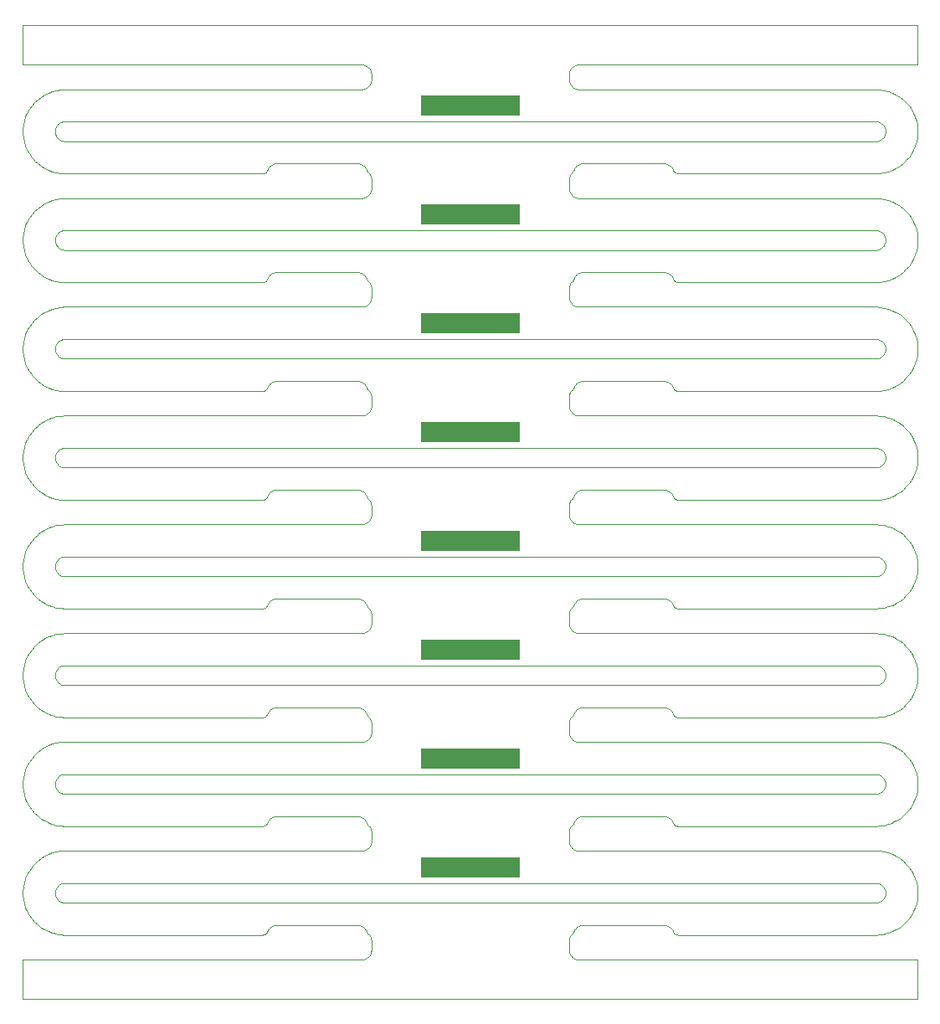
<source format=gbr>
G04 #@! TF.GenerationSoftware,KiCad,Pcbnew,5.1.5+dfsg1-2build2*
G04 #@! TF.CreationDate,2021-10-10T04:01:27+00:00*
G04 #@! TF.ProjectId,bobbin_bottom_4.0,626f6262-696e-45f6-926f-74746f6d5f34,rev?*
G04 #@! TF.SameCoordinates,Original*
G04 #@! TF.FileFunction,Paste,Bot*
G04 #@! TF.FilePolarity,Positive*
%FSLAX46Y46*%
G04 Gerber Fmt 4.6, Leading zero omitted, Abs format (unit mm)*
G04 Created by KiCad (PCBNEW 5.1.5+dfsg1-2build2) date 2021-10-10 04:01:27*
%MOMM*%
%LPD*%
G04 APERTURE LIST*
G04 #@! TA.AperFunction,Profile*
%ADD10C,0.100000*%
G04 #@! TD*
%ADD11R,10.000000X2.000000*%
G04 APERTURE END LIST*
D10*
X136499900Y-77215900D02*
X136401100Y-77236200D01*
X136596400Y-77185700D02*
X136499900Y-77215900D01*
X136689300Y-77145900D02*
X136596400Y-77185700D01*
X136777600Y-77096800D02*
X136689300Y-77145900D01*
X136860600Y-77039100D02*
X136777600Y-77096800D01*
X136937300Y-76973300D02*
X136860600Y-77039100D01*
X137007100Y-76899800D02*
X136937300Y-76973300D01*
X137069000Y-76819900D02*
X137007100Y-76899800D01*
X137122400Y-76734100D02*
X137069000Y-76819900D01*
X137166900Y-76643400D02*
X137122400Y-76734100D01*
X137202000Y-76548600D02*
X137166900Y-76643400D01*
X137227300Y-76450700D02*
X137202000Y-76548600D01*
X137242600Y-76350800D02*
X137227300Y-76450700D01*
X137247700Y-76249900D02*
X137242600Y-76350800D01*
X137242600Y-76149200D02*
X137247700Y-76249900D01*
X137227300Y-76049300D02*
X137242600Y-76149200D01*
X137202000Y-75951500D02*
X137227300Y-76049300D01*
X137166900Y-75856700D02*
X137202000Y-75951500D01*
X137122400Y-75766000D02*
X137166900Y-75856700D01*
X137069000Y-75680200D02*
X137122400Y-75766000D01*
X137007100Y-75600300D02*
X137069000Y-75680200D01*
X136937300Y-75526800D02*
X137007100Y-75600300D01*
X136860600Y-75461000D02*
X136937300Y-75526800D01*
X136777600Y-75403300D02*
X136860600Y-75461000D01*
X136689300Y-75354200D02*
X136777600Y-75403300D01*
X136596600Y-75314500D02*
X136689300Y-75354200D01*
X136500200Y-75284200D02*
X136596600Y-75314500D01*
X136401200Y-75263800D02*
X136500200Y-75284200D01*
X136300700Y-75253600D02*
X136401200Y-75263800D01*
X136224800Y-75251000D02*
X136300700Y-75253600D01*
X54275400Y-75251000D02*
X136224800Y-75251000D01*
X54199100Y-75253600D02*
X54275400Y-75251000D01*
X54098800Y-75263800D02*
X54199100Y-75253600D01*
X53999800Y-75284200D02*
X54098800Y-75263800D01*
X53903400Y-75314500D02*
X53999800Y-75284200D01*
X53810500Y-75354300D02*
X53903400Y-75314500D01*
X53722100Y-75403400D02*
X53810500Y-75354300D01*
X53639200Y-75461200D02*
X53722100Y-75403400D01*
X53562500Y-75527000D02*
X53639200Y-75461200D01*
X53492900Y-75600300D02*
X53562500Y-75527000D01*
X53431000Y-75680200D02*
X53492900Y-75600300D01*
X53377600Y-75766000D02*
X53431000Y-75680200D01*
X53333100Y-75856700D02*
X53377600Y-75766000D01*
X53298100Y-75951200D02*
X53333100Y-75856700D01*
X53272700Y-76049100D02*
X53298100Y-75951200D01*
X53257400Y-76149000D02*
X53272700Y-76049100D01*
X53252300Y-76249900D02*
X53257400Y-76149000D01*
X53257400Y-76350800D02*
X53252300Y-76249900D01*
X53272700Y-76450700D02*
X53257400Y-76350800D01*
X53298000Y-76548600D02*
X53272700Y-76450700D01*
X53333100Y-76643400D02*
X53298000Y-76548600D01*
X53377600Y-76734100D02*
X53333100Y-76643400D01*
X53431000Y-76819900D02*
X53377600Y-76734100D01*
X53492900Y-76899800D02*
X53431000Y-76819900D01*
X53562500Y-76973100D02*
X53492900Y-76899800D01*
X53639200Y-77038900D02*
X53562500Y-76973100D01*
X53722100Y-77096700D02*
X53639200Y-77038900D01*
X53810500Y-77145700D02*
X53722100Y-77096700D01*
X53903400Y-77185600D02*
X53810500Y-77145700D01*
X53999800Y-77215900D02*
X53903400Y-77185600D01*
X54098800Y-77236200D02*
X53999800Y-77215900D01*
X54199300Y-77246500D02*
X54098800Y-77236200D01*
X54275200Y-77249000D02*
X54199300Y-77246500D01*
X136224900Y-77249000D02*
X54275200Y-77249000D01*
X136300500Y-77246500D02*
X136224900Y-77249000D01*
X136401100Y-77236200D02*
X136300500Y-77246500D01*
X136499900Y-132216000D02*
X136401100Y-132236300D01*
X136596400Y-132185800D02*
X136499900Y-132216000D01*
X136689300Y-132145900D02*
X136596400Y-132185800D01*
X136777600Y-132096900D02*
X136689300Y-132145900D01*
X136860600Y-132039200D02*
X136777600Y-132096900D01*
X136937300Y-131973400D02*
X136860600Y-132039200D01*
X137007100Y-131899900D02*
X136937300Y-131973400D01*
X137069000Y-131820000D02*
X137007100Y-131899900D01*
X137122400Y-131734200D02*
X137069000Y-131820000D01*
X137166900Y-131643500D02*
X137122400Y-131734200D01*
X137202000Y-131548700D02*
X137166900Y-131643500D01*
X137227300Y-131450800D02*
X137202000Y-131548700D01*
X137242600Y-131350900D02*
X137227300Y-131450800D01*
X137247700Y-131250000D02*
X137242600Y-131350900D01*
X137242600Y-131149300D02*
X137247700Y-131250000D01*
X137227300Y-131049400D02*
X137242600Y-131149300D01*
X137202000Y-130951600D02*
X137227300Y-131049400D01*
X137166900Y-130856800D02*
X137202000Y-130951600D01*
X137122400Y-130766100D02*
X137166900Y-130856800D01*
X137069000Y-130680300D02*
X137122400Y-130766100D01*
X137007100Y-130600300D02*
X137069000Y-130680300D01*
X136937300Y-130526900D02*
X137007100Y-130600300D01*
X136860600Y-130461100D02*
X136937300Y-130526900D01*
X136777600Y-130403300D02*
X136860600Y-130461100D01*
X136689300Y-130354300D02*
X136777600Y-130403300D01*
X136596600Y-130314600D02*
X136689300Y-130354300D01*
X136500200Y-130284300D02*
X136596600Y-130314600D01*
X136401200Y-130263900D02*
X136500200Y-130284300D01*
X136300700Y-130253700D02*
X136401200Y-130263900D01*
X136224800Y-130251100D02*
X136300700Y-130253700D01*
X54275400Y-130251100D02*
X136224800Y-130251100D01*
X54199200Y-130253700D02*
X54275400Y-130251100D01*
X54098800Y-130263900D02*
X54199200Y-130253700D01*
X53999800Y-130284300D02*
X54098800Y-130263900D01*
X53903400Y-130314600D02*
X53999800Y-130284300D01*
X53810500Y-130354400D02*
X53903400Y-130314600D01*
X53722100Y-130403500D02*
X53810500Y-130354400D01*
X53639200Y-130461200D02*
X53722100Y-130403500D01*
X53562500Y-130527100D02*
X53639200Y-130461200D01*
X53492900Y-130600300D02*
X53562500Y-130527100D01*
X53431000Y-130680300D02*
X53492900Y-130600300D01*
X53377600Y-130766100D02*
X53431000Y-130680300D01*
X53333100Y-130856800D02*
X53377600Y-130766100D01*
X53298100Y-130951300D02*
X53333100Y-130856800D01*
X53272700Y-131049200D02*
X53298100Y-130951300D01*
X53257400Y-131149100D02*
X53272700Y-131049200D01*
X53252300Y-131250000D02*
X53257400Y-131149100D01*
X53257400Y-131350900D02*
X53252300Y-131250000D01*
X53272700Y-131450800D02*
X53257400Y-131350900D01*
X53298000Y-131548700D02*
X53272700Y-131450800D01*
X53333100Y-131643500D02*
X53298000Y-131548700D01*
X53377600Y-131734200D02*
X53333100Y-131643500D01*
X53431000Y-131820000D02*
X53377600Y-131734200D01*
X53492900Y-131899900D02*
X53431000Y-131820000D01*
X53562500Y-131973200D02*
X53492900Y-131899900D01*
X53639200Y-132039000D02*
X53562500Y-131973200D01*
X53722100Y-132096800D02*
X53639200Y-132039000D01*
X53810500Y-132145800D02*
X53722100Y-132096800D01*
X53903400Y-132185700D02*
X53810500Y-132145800D01*
X53999800Y-132216000D02*
X53903400Y-132185700D01*
X54098800Y-132236300D02*
X53999800Y-132216000D01*
X54199300Y-132246600D02*
X54098800Y-132236300D01*
X54275200Y-132249100D02*
X54199300Y-132246600D01*
X136224900Y-132249100D02*
X54275200Y-132249100D01*
X136300500Y-132246500D02*
X136224900Y-132249100D01*
X136401100Y-132236300D02*
X136300500Y-132246500D01*
X136499900Y-66215900D02*
X136401000Y-66236200D01*
X136596400Y-66185700D02*
X136499900Y-66215900D01*
X136689300Y-66145800D02*
X136596400Y-66185700D01*
X136777600Y-66096800D02*
X136689300Y-66145800D01*
X136860600Y-66039100D02*
X136777600Y-66096800D01*
X136937300Y-65973300D02*
X136860600Y-66039100D01*
X137007100Y-65899800D02*
X136937300Y-65973300D01*
X137068800Y-65820100D02*
X137007100Y-65899800D01*
X137122300Y-65734300D02*
X137068800Y-65820100D01*
X137166800Y-65643600D02*
X137122300Y-65734300D01*
X137201900Y-65548800D02*
X137166800Y-65643600D01*
X137227300Y-65451000D02*
X137201900Y-65548800D01*
X137242600Y-65351100D02*
X137227300Y-65451000D01*
X137247700Y-65250200D02*
X137242600Y-65351100D01*
X137242600Y-65149200D02*
X137247700Y-65250200D01*
X137227300Y-65049300D02*
X137242600Y-65149200D01*
X137202000Y-64951500D02*
X137227300Y-65049300D01*
X137166800Y-64856400D02*
X137202000Y-64951500D01*
X137122300Y-64765700D02*
X137166800Y-64856400D01*
X137068800Y-64679900D02*
X137122300Y-64765700D01*
X137006900Y-64600000D02*
X137068800Y-64679900D01*
X136937300Y-64526800D02*
X137006900Y-64600000D01*
X136860600Y-64461000D02*
X136937300Y-64526800D01*
X136777600Y-64403200D02*
X136860600Y-64461000D01*
X136689500Y-64354300D02*
X136777600Y-64403200D01*
X136596600Y-64314500D02*
X136689500Y-64354300D01*
X136500200Y-64284200D02*
X136596600Y-64314500D01*
X136401200Y-64263800D02*
X136500200Y-64284200D01*
X136300700Y-64253600D02*
X136401200Y-64263800D01*
X136224800Y-64251000D02*
X136300700Y-64253600D01*
X54275300Y-64251000D02*
X136224800Y-64251000D01*
X54199200Y-64253600D02*
X54275300Y-64251000D01*
X54098800Y-64263800D02*
X54199200Y-64253600D01*
X53999800Y-64284200D02*
X54098800Y-64263800D01*
X53903400Y-64314500D02*
X53999800Y-64284200D01*
X53810500Y-64354300D02*
X53903400Y-64314500D01*
X53722100Y-64403400D02*
X53810500Y-64354300D01*
X53639200Y-64461100D02*
X53722100Y-64403400D01*
X53562500Y-64527000D02*
X53639200Y-64461100D01*
X53492900Y-64600200D02*
X53562500Y-64527000D01*
X53431000Y-64680200D02*
X53492900Y-64600200D01*
X53377600Y-64765900D02*
X53431000Y-64680200D01*
X53333100Y-64856700D02*
X53377600Y-64765900D01*
X53298000Y-64951500D02*
X53333100Y-64856700D01*
X53272700Y-65049000D02*
X53298000Y-64951500D01*
X53257400Y-65148900D02*
X53272700Y-65049000D01*
X53252300Y-65249900D02*
X53257400Y-65148900D01*
X53257400Y-65350800D02*
X53252300Y-65249900D01*
X53272700Y-65450700D02*
X53257400Y-65350800D01*
X53298000Y-65548600D02*
X53272700Y-65450700D01*
X53333100Y-65643300D02*
X53298000Y-65548600D01*
X53377600Y-65734100D02*
X53333100Y-65643300D01*
X53431000Y-65819900D02*
X53377600Y-65734100D01*
X53492900Y-65899800D02*
X53431000Y-65819900D01*
X53562500Y-65973100D02*
X53492900Y-65899800D01*
X53639200Y-66038900D02*
X53562500Y-65973100D01*
X53722100Y-66096700D02*
X53639200Y-66038900D01*
X53810500Y-66145700D02*
X53722100Y-66096700D01*
X53903400Y-66185600D02*
X53810500Y-66145700D01*
X53999800Y-66215900D02*
X53903400Y-66185600D01*
X54098800Y-66236200D02*
X53999800Y-66215900D01*
X54199300Y-66246400D02*
X54098800Y-66236200D01*
X54275200Y-66249000D02*
X54199300Y-66246400D01*
X136224900Y-66249000D02*
X54275200Y-66249000D01*
X136300600Y-66246400D02*
X136224900Y-66249000D01*
X136401000Y-66236200D02*
X136300600Y-66246400D01*
X136499900Y-121216000D02*
X136401000Y-121236300D01*
X136596400Y-121185800D02*
X136499900Y-121216000D01*
X136689300Y-121145900D02*
X136596400Y-121185800D01*
X136777600Y-121096900D02*
X136689300Y-121145900D01*
X136860600Y-121039200D02*
X136777600Y-121096900D01*
X136937300Y-120973300D02*
X136860600Y-121039200D01*
X137007100Y-120899900D02*
X136937300Y-120973300D01*
X137069000Y-120820000D02*
X137007100Y-120899900D01*
X137122400Y-120734200D02*
X137069000Y-120820000D01*
X137166900Y-120643400D02*
X137122400Y-120734200D01*
X137202000Y-120548700D02*
X137166900Y-120643400D01*
X137227300Y-120450800D02*
X137202000Y-120548700D01*
X137242600Y-120350900D02*
X137227300Y-120450800D01*
X137247700Y-120250000D02*
X137242600Y-120350900D01*
X137242600Y-120149300D02*
X137247700Y-120250000D01*
X137227300Y-120049400D02*
X137242600Y-120149300D01*
X137202000Y-119951600D02*
X137227300Y-120049400D01*
X137166900Y-119856800D02*
X137202000Y-119951600D01*
X137122400Y-119766000D02*
X137166900Y-119856800D01*
X137069000Y-119680300D02*
X137122400Y-119766000D01*
X137007100Y-119600300D02*
X137069000Y-119680300D01*
X136937300Y-119526900D02*
X137007100Y-119600300D01*
X136860600Y-119461100D02*
X136937300Y-119526900D01*
X136777600Y-119403300D02*
X136860600Y-119461100D01*
X136689300Y-119354300D02*
X136777600Y-119403300D01*
X136596600Y-119314500D02*
X136689300Y-119354300D01*
X136500200Y-119284300D02*
X136596600Y-119314500D01*
X136401200Y-119263900D02*
X136500200Y-119284300D01*
X136300700Y-119253700D02*
X136401200Y-119263900D01*
X136224800Y-119251100D02*
X136300700Y-119253700D01*
X54275300Y-119251100D02*
X136224800Y-119251100D01*
X54199300Y-119253700D02*
X54275300Y-119251100D01*
X54098800Y-119263900D02*
X54199300Y-119253700D01*
X53999800Y-119284300D02*
X54098800Y-119263900D01*
X53903400Y-119314500D02*
X53999800Y-119284300D01*
X53810500Y-119354400D02*
X53903400Y-119314500D01*
X53722100Y-119403500D02*
X53810500Y-119354400D01*
X53639200Y-119461200D02*
X53722100Y-119403500D01*
X53562500Y-119527100D02*
X53639200Y-119461200D01*
X53492900Y-119600300D02*
X53562500Y-119527100D01*
X53431000Y-119680300D02*
X53492900Y-119600300D01*
X53377600Y-119766000D02*
X53431000Y-119680300D01*
X53333100Y-119856800D02*
X53377600Y-119766000D01*
X53298100Y-119951300D02*
X53333100Y-119856800D01*
X53272700Y-120049100D02*
X53298100Y-119951300D01*
X53257400Y-120149000D02*
X53272700Y-120049100D01*
X53252300Y-120250000D02*
X53257400Y-120149000D01*
X53257400Y-120350900D02*
X53252300Y-120250000D01*
X53272700Y-120450800D02*
X53257400Y-120350900D01*
X53298000Y-120548700D02*
X53272700Y-120450800D01*
X53333100Y-120643400D02*
X53298000Y-120548700D01*
X53377600Y-120734200D02*
X53333100Y-120643400D01*
X53431000Y-120820000D02*
X53377600Y-120734200D01*
X53492900Y-120899900D02*
X53431000Y-120820000D01*
X53562500Y-120973200D02*
X53492900Y-120899900D01*
X53639200Y-121039000D02*
X53562500Y-120973200D01*
X53722100Y-121096700D02*
X53639200Y-121039000D01*
X53810500Y-121145800D02*
X53722100Y-121096700D01*
X53903400Y-121185700D02*
X53810500Y-121145800D01*
X53999800Y-121215900D02*
X53903400Y-121185700D01*
X54098800Y-121236300D02*
X53999800Y-121215900D01*
X54199300Y-121246500D02*
X54098800Y-121236300D01*
X54275200Y-121249100D02*
X54199300Y-121246500D01*
X136224800Y-121249100D02*
X54275200Y-121249100D01*
X136300600Y-121246500D02*
X136224800Y-121249100D01*
X136401000Y-121236300D02*
X136300600Y-121246500D01*
X136499900Y-55215900D02*
X136401000Y-55236200D01*
X136596400Y-55185700D02*
X136499900Y-55215900D01*
X136689300Y-55145800D02*
X136596400Y-55185700D01*
X136777600Y-55096800D02*
X136689300Y-55145800D01*
X136860600Y-55039100D02*
X136777600Y-55096800D01*
X136937300Y-54973200D02*
X136860600Y-55039100D01*
X137007100Y-54899800D02*
X136937300Y-54973200D01*
X137068800Y-54820100D02*
X137007100Y-54899800D01*
X137122300Y-54734300D02*
X137068800Y-54820100D01*
X137166800Y-54643600D02*
X137122300Y-54734300D01*
X137201900Y-54548800D02*
X137166800Y-54643600D01*
X137227300Y-54451000D02*
X137201900Y-54548800D01*
X137242600Y-54351100D02*
X137227300Y-54451000D01*
X137247700Y-54250100D02*
X137242600Y-54351100D01*
X137242600Y-54149200D02*
X137247700Y-54250100D01*
X137227300Y-54049300D02*
X137242600Y-54149200D01*
X137202000Y-53951500D02*
X137227300Y-54049300D01*
X137166800Y-53856400D02*
X137202000Y-53951500D01*
X137122300Y-53765700D02*
X137166800Y-53856400D01*
X137068800Y-53679900D02*
X137122300Y-53765700D01*
X137006900Y-53600000D02*
X137068800Y-53679900D01*
X136937300Y-53526800D02*
X137006900Y-53600000D01*
X136860600Y-53460900D02*
X136937300Y-53526800D01*
X136777600Y-53403200D02*
X136860600Y-53460900D01*
X136689500Y-53354300D02*
X136777600Y-53403200D01*
X136596600Y-53314400D02*
X136689500Y-53354300D01*
X136500200Y-53284200D02*
X136596600Y-53314400D01*
X136401200Y-53263800D02*
X136500200Y-53284200D01*
X136300700Y-53253600D02*
X136401200Y-53263800D01*
X136224800Y-53251000D02*
X136300700Y-53253600D01*
X54275200Y-53251000D02*
X136224800Y-53251000D01*
X54199300Y-53253600D02*
X54275200Y-53251000D01*
X54098800Y-53263800D02*
X54199300Y-53253600D01*
X53999800Y-53284200D02*
X54098800Y-53263800D01*
X53903400Y-53314400D02*
X53999800Y-53284200D01*
X53810500Y-53354300D02*
X53903400Y-53314400D01*
X53722100Y-53403400D02*
X53810500Y-53354300D01*
X53639200Y-53461100D02*
X53722100Y-53403400D01*
X53562500Y-53527000D02*
X53639200Y-53461100D01*
X53492900Y-53600200D02*
X53562500Y-53527000D01*
X53431000Y-53680200D02*
X53492900Y-53600200D01*
X53377600Y-53765900D02*
X53431000Y-53680200D01*
X53333100Y-53856700D02*
X53377600Y-53765900D01*
X53298000Y-53951500D02*
X53333100Y-53856700D01*
X53272700Y-54049000D02*
X53298000Y-53951500D01*
X53257400Y-54148900D02*
X53272700Y-54049000D01*
X53252300Y-54249900D02*
X53257400Y-54148900D01*
X53257400Y-54350800D02*
X53252300Y-54249900D01*
X53272700Y-54450700D02*
X53257400Y-54350800D01*
X53298000Y-54548500D02*
X53272700Y-54450700D01*
X53333100Y-54643300D02*
X53298000Y-54548500D01*
X53377600Y-54734100D02*
X53333100Y-54643300D01*
X53431000Y-54819900D02*
X53377600Y-54734100D01*
X53492900Y-54899800D02*
X53431000Y-54819900D01*
X53562500Y-54973000D02*
X53492900Y-54899800D01*
X53639200Y-55038900D02*
X53562500Y-54973000D01*
X53722100Y-55096600D02*
X53639200Y-55038900D01*
X53810500Y-55145700D02*
X53722100Y-55096600D01*
X53903400Y-55185600D02*
X53810500Y-55145700D01*
X53999800Y-55215800D02*
X53903400Y-55185600D01*
X54098800Y-55236200D02*
X53999800Y-55215800D01*
X54199300Y-55246400D02*
X54098800Y-55236200D01*
X54275200Y-55249000D02*
X54199300Y-55246400D01*
X136224800Y-55249000D02*
X54275200Y-55249000D01*
X136300700Y-55246400D02*
X136224800Y-55249000D01*
X136401000Y-55236200D02*
X136300700Y-55246400D01*
X136500200Y-110215900D02*
X136400900Y-110236300D01*
X136596600Y-110185700D02*
X136500200Y-110215900D01*
X136689500Y-110145800D02*
X136596600Y-110185700D01*
X136777900Y-110096700D02*
X136689500Y-110145800D01*
X136860800Y-110039000D02*
X136777900Y-110096700D01*
X136937500Y-109973100D02*
X136860800Y-110039000D01*
X137007100Y-109899900D02*
X136937500Y-109973100D01*
X137069000Y-109819900D02*
X137007100Y-109899900D01*
X137122400Y-109734200D02*
X137069000Y-109819900D01*
X137166900Y-109643400D02*
X137122400Y-109734200D01*
X137202000Y-109548600D02*
X137166900Y-109643400D01*
X137227300Y-109450800D02*
X137202000Y-109548600D01*
X137242600Y-109350900D02*
X137227300Y-109450800D01*
X137247700Y-109250000D02*
X137242600Y-109350900D01*
X137242600Y-109149300D02*
X137247700Y-109250000D01*
X137227300Y-109049400D02*
X137242600Y-109149300D01*
X137202000Y-108951500D02*
X137227300Y-109049400D01*
X137166900Y-108856800D02*
X137202000Y-108951500D01*
X137122400Y-108766000D02*
X137166900Y-108856800D01*
X137069000Y-108680200D02*
X137122400Y-108766000D01*
X137007100Y-108600300D02*
X137069000Y-108680200D01*
X136937300Y-108526900D02*
X137007100Y-108600300D01*
X136860600Y-108461000D02*
X136937300Y-108526900D01*
X136777600Y-108403300D02*
X136860600Y-108461000D01*
X136689300Y-108354300D02*
X136777600Y-108403300D01*
X136596600Y-108314500D02*
X136689300Y-108354300D01*
X136500200Y-108284300D02*
X136596600Y-108314500D01*
X136401200Y-108263900D02*
X136500200Y-108284300D01*
X136300700Y-108253700D02*
X136401200Y-108263900D01*
X136224800Y-108251100D02*
X136300700Y-108253700D01*
X54275200Y-108251100D02*
X136224800Y-108251100D01*
X54199400Y-108253700D02*
X54275200Y-108251100D01*
X54098800Y-108263900D02*
X54199400Y-108253700D01*
X53999800Y-108284300D02*
X54098800Y-108263900D01*
X53903400Y-108314500D02*
X53999800Y-108284300D01*
X53810500Y-108354400D02*
X53903400Y-108314500D01*
X53722100Y-108403500D02*
X53810500Y-108354400D01*
X53639200Y-108461200D02*
X53722100Y-108403500D01*
X53562500Y-108527000D02*
X53639200Y-108461200D01*
X53492900Y-108600300D02*
X53562500Y-108527000D01*
X53431000Y-108680200D02*
X53492900Y-108600300D01*
X53377600Y-108766000D02*
X53431000Y-108680200D01*
X53333100Y-108856800D02*
X53377600Y-108766000D01*
X53298100Y-108951300D02*
X53333100Y-108856800D01*
X53272700Y-109049100D02*
X53298100Y-108951300D01*
X53257400Y-109149000D02*
X53272700Y-109049100D01*
X53252300Y-109250000D02*
X53257400Y-109149000D01*
X53257400Y-109350900D02*
X53252300Y-109250000D01*
X53272700Y-109450800D02*
X53257400Y-109350900D01*
X53298000Y-109548600D02*
X53272700Y-109450800D01*
X53333100Y-109643400D02*
X53298000Y-109548600D01*
X53377600Y-109734200D02*
X53333100Y-109643400D01*
X53431000Y-109819900D02*
X53377600Y-109734200D01*
X53492900Y-109899900D02*
X53431000Y-109819900D01*
X53562500Y-109973100D02*
X53492900Y-109899900D01*
X53639200Y-110039000D02*
X53562500Y-109973100D01*
X53722100Y-110096700D02*
X53639200Y-110039000D01*
X53810500Y-110145800D02*
X53722100Y-110096700D01*
X53903400Y-110185700D02*
X53810500Y-110145800D01*
X53999800Y-110215900D02*
X53903400Y-110185700D01*
X54098800Y-110236300D02*
X53999800Y-110215900D01*
X54199300Y-110246500D02*
X54098800Y-110236300D01*
X54275200Y-110249100D02*
X54199300Y-110246500D01*
X136224700Y-110249100D02*
X54275200Y-110249100D01*
X136300700Y-110246500D02*
X136224700Y-110249100D01*
X136400900Y-110236300D02*
X136300700Y-110246500D01*
X136500200Y-99215900D02*
X136400800Y-99236300D01*
X136596600Y-99185600D02*
X136500200Y-99215900D01*
X136689500Y-99145800D02*
X136596600Y-99185600D01*
X136777900Y-99096700D02*
X136689500Y-99145800D01*
X136860800Y-99039000D02*
X136777900Y-99096700D01*
X136937500Y-98973100D02*
X136860800Y-99039000D01*
X137007100Y-98899900D02*
X136937500Y-98973100D01*
X137069000Y-98819900D02*
X137007100Y-98899900D01*
X137122400Y-98734100D02*
X137069000Y-98819900D01*
X137166900Y-98643400D02*
X137122400Y-98734100D01*
X137202000Y-98548600D02*
X137166900Y-98643400D01*
X137227300Y-98450800D02*
X137202000Y-98548600D01*
X137242600Y-98350900D02*
X137227300Y-98450800D01*
X137247700Y-98249900D02*
X137242600Y-98350900D01*
X137242600Y-98149300D02*
X137247700Y-98249900D01*
X137227300Y-98049400D02*
X137242600Y-98149300D01*
X137202000Y-97951500D02*
X137227300Y-98049400D01*
X137166900Y-97856700D02*
X137202000Y-97951500D01*
X137122400Y-97766000D02*
X137166900Y-97856700D01*
X137069000Y-97680200D02*
X137122400Y-97766000D01*
X137007100Y-97600300D02*
X137069000Y-97680200D01*
X136937300Y-97526800D02*
X137007100Y-97600300D01*
X136860600Y-97461000D02*
X136937300Y-97526800D01*
X136777600Y-97403300D02*
X136860600Y-97461000D01*
X136689300Y-97354300D02*
X136777600Y-97403300D01*
X136596600Y-97314500D02*
X136689300Y-97354300D01*
X136500200Y-97284200D02*
X136596600Y-97314500D01*
X136401200Y-97263900D02*
X136500200Y-97284200D01*
X136300700Y-97253600D02*
X136401200Y-97263900D01*
X136224800Y-97251100D02*
X136300700Y-97253600D01*
X54275100Y-97251100D02*
X136224800Y-97251100D01*
X54199500Y-97253700D02*
X54275100Y-97251100D01*
X54098800Y-97263900D02*
X54199500Y-97253700D01*
X53999800Y-97284200D02*
X54098800Y-97263900D01*
X53903400Y-97314500D02*
X53999800Y-97284200D01*
X53810500Y-97354400D02*
X53903400Y-97314500D01*
X53722100Y-97403400D02*
X53810500Y-97354400D01*
X53639200Y-97461200D02*
X53722100Y-97403400D01*
X53562500Y-97527000D02*
X53639200Y-97461200D01*
X53492900Y-97600300D02*
X53562500Y-97527000D01*
X53431000Y-97680200D02*
X53492900Y-97600300D01*
X53377600Y-97766000D02*
X53431000Y-97680200D01*
X53333100Y-97856700D02*
X53377600Y-97766000D01*
X53298100Y-97951300D02*
X53333100Y-97856700D01*
X53272700Y-98049100D02*
X53298100Y-97951300D01*
X53257400Y-98149000D02*
X53272700Y-98049100D01*
X53252300Y-98249900D02*
X53257400Y-98149000D01*
X53257400Y-98350900D02*
X53252300Y-98249900D01*
X53272700Y-98450800D02*
X53257400Y-98350900D01*
X53298000Y-98548600D02*
X53272700Y-98450800D01*
X53333100Y-98643400D02*
X53298000Y-98548600D01*
X53377600Y-98734100D02*
X53333100Y-98643400D01*
X53431000Y-98819900D02*
X53377600Y-98734100D01*
X53492900Y-98899900D02*
X53431000Y-98819900D01*
X53562500Y-98973100D02*
X53492900Y-98899900D01*
X53639200Y-99039000D02*
X53562500Y-98973100D01*
X53722100Y-99096700D02*
X53639200Y-99039000D01*
X53810500Y-99145800D02*
X53722100Y-99096700D01*
X53903400Y-99185600D02*
X53810500Y-99145800D01*
X53999800Y-99215900D02*
X53903400Y-99185600D01*
X54098800Y-99236300D02*
X53999800Y-99215900D01*
X54199300Y-99246500D02*
X54098800Y-99236300D01*
X54275200Y-99249100D02*
X54199300Y-99246500D01*
X136224600Y-99249100D02*
X54275200Y-99249100D01*
X136300800Y-99246500D02*
X136224600Y-99249100D01*
X136400800Y-99236300D02*
X136300800Y-99246500D01*
X136500200Y-88215900D02*
X136400700Y-88236300D01*
X136596600Y-88185600D02*
X136500200Y-88215900D01*
X136689500Y-88145700D02*
X136596600Y-88185600D01*
X136777900Y-88096700D02*
X136689500Y-88145700D01*
X136860800Y-88038900D02*
X136777900Y-88096700D01*
X136937500Y-87973100D02*
X136860800Y-88038900D01*
X137007100Y-87899800D02*
X136937500Y-87973100D01*
X137069000Y-87819900D02*
X137007100Y-87899800D01*
X137122400Y-87734100D02*
X137069000Y-87819900D01*
X137166900Y-87643400D02*
X137122400Y-87734100D01*
X137202000Y-87548600D02*
X137166900Y-87643400D01*
X137227300Y-87450800D02*
X137202000Y-87548600D01*
X137242600Y-87350900D02*
X137227300Y-87450800D01*
X137247700Y-87249900D02*
X137242600Y-87350900D01*
X137242600Y-87149300D02*
X137247700Y-87249900D01*
X137227300Y-87049400D02*
X137242600Y-87149300D01*
X137202000Y-86951500D02*
X137227300Y-87049400D01*
X137166900Y-86856700D02*
X137202000Y-86951500D01*
X137122400Y-86766000D02*
X137166900Y-86856700D01*
X137069000Y-86680200D02*
X137122400Y-86766000D01*
X137007100Y-86600300D02*
X137069000Y-86680200D01*
X136937300Y-86526800D02*
X137007100Y-86600300D01*
X136860600Y-86461000D02*
X136937300Y-86526800D01*
X136777600Y-86403300D02*
X136860600Y-86461000D01*
X136689300Y-86354200D02*
X136777600Y-86403300D01*
X136596600Y-86314500D02*
X136689300Y-86354200D01*
X136500200Y-86284200D02*
X136596600Y-86314500D01*
X136401200Y-86263900D02*
X136500200Y-86284200D01*
X136300700Y-86253600D02*
X136401200Y-86263900D01*
X136224800Y-86251100D02*
X136300700Y-86253600D01*
X54275000Y-86251100D02*
X136224800Y-86251100D01*
X54199600Y-86253600D02*
X54275000Y-86251100D01*
X54098800Y-86263900D02*
X54199600Y-86253600D01*
X53999800Y-86284200D02*
X54098800Y-86263900D01*
X53903400Y-86314500D02*
X53999800Y-86284200D01*
X53810500Y-86354400D02*
X53903400Y-86314500D01*
X53722100Y-86403400D02*
X53810500Y-86354400D01*
X53639200Y-86461200D02*
X53722100Y-86403400D01*
X53562500Y-86527000D02*
X53639200Y-86461200D01*
X53492900Y-86600300D02*
X53562500Y-86527000D01*
X53431000Y-86680200D02*
X53492900Y-86600300D01*
X53377600Y-86766000D02*
X53431000Y-86680200D01*
X53333100Y-86856700D02*
X53377600Y-86766000D01*
X53298100Y-86951200D02*
X53333100Y-86856700D01*
X53272700Y-87049100D02*
X53298100Y-86951200D01*
X53257400Y-87149000D02*
X53272700Y-87049100D01*
X53252300Y-87249900D02*
X53257400Y-87149000D01*
X53257400Y-87350900D02*
X53252300Y-87249900D01*
X53272700Y-87450800D02*
X53257400Y-87350900D01*
X53298000Y-87548600D02*
X53272700Y-87450800D01*
X53333100Y-87643400D02*
X53298000Y-87548600D01*
X53377600Y-87734100D02*
X53333100Y-87643400D01*
X53431000Y-87819900D02*
X53377600Y-87734100D01*
X53492900Y-87899800D02*
X53431000Y-87819900D01*
X53562500Y-87973100D02*
X53492900Y-87899800D01*
X53639200Y-88038900D02*
X53562500Y-87973100D01*
X53722100Y-88096700D02*
X53639200Y-88038900D01*
X53810500Y-88145700D02*
X53722100Y-88096700D01*
X53903400Y-88185600D02*
X53810500Y-88145700D01*
X53999800Y-88215900D02*
X53903400Y-88185600D01*
X54098800Y-88236200D02*
X53999800Y-88215900D01*
X54199300Y-88246500D02*
X54098800Y-88236200D01*
X54275200Y-88249100D02*
X54199300Y-88246500D01*
X136224500Y-88249100D02*
X54275200Y-88249100D01*
X136300900Y-88246500D02*
X136224500Y-88249100D01*
X136400700Y-88236300D02*
X136300900Y-88246500D01*
X140471000Y-43499000D02*
X50014600Y-43499700D01*
X140486300Y-43499800D02*
X140471000Y-43499000D01*
X140492300Y-43503000D02*
X140486300Y-43499800D01*
X140494800Y-43508200D02*
X140492300Y-43503000D01*
X140495500Y-43523500D02*
X140494800Y-43508200D01*
X140495500Y-47475500D02*
X140495500Y-43523500D01*
X140494300Y-47492700D02*
X140495500Y-47475500D01*
X140491600Y-47496700D02*
X140494300Y-47492700D01*
X140486300Y-47499200D02*
X140491600Y-47496700D01*
X106241200Y-47500000D02*
X140486300Y-47499200D01*
X106144000Y-47504800D02*
X106241200Y-47500000D01*
X106047900Y-47519000D02*
X106144000Y-47504800D01*
X105953600Y-47542600D02*
X106047900Y-47519000D01*
X105862200Y-47575400D02*
X105953600Y-47542600D01*
X105774300Y-47616900D02*
X105862200Y-47575400D01*
X105691000Y-47666900D02*
X105774300Y-47616900D01*
X105613000Y-47724700D02*
X105691000Y-47666900D01*
X105541000Y-47790000D02*
X105613000Y-47724700D01*
X105475700Y-47862000D02*
X105541000Y-47790000D01*
X105417900Y-47940000D02*
X105475700Y-47862000D01*
X105367900Y-48023300D02*
X105417900Y-47940000D01*
X105326400Y-48111100D02*
X105367900Y-48023300D01*
X105293600Y-48202600D02*
X105326400Y-48111100D01*
X105270000Y-48296900D02*
X105293600Y-48202600D01*
X105255800Y-48393000D02*
X105270000Y-48296900D01*
X105251000Y-48490200D02*
X105255800Y-48393000D01*
X105251000Y-49008800D02*
X105251000Y-48490200D01*
X105255800Y-49106000D02*
X105251000Y-49008800D01*
X105270000Y-49202100D02*
X105255800Y-49106000D01*
X105293600Y-49296400D02*
X105270000Y-49202100D01*
X105326400Y-49387900D02*
X105293600Y-49296400D01*
X105367900Y-49475700D02*
X105326400Y-49387900D01*
X105417900Y-49559000D02*
X105367900Y-49475700D01*
X105475700Y-49637000D02*
X105417900Y-49559000D01*
X105541000Y-49709000D02*
X105475700Y-49637000D01*
X105613000Y-49774300D02*
X105541000Y-49709000D01*
X105691000Y-49832100D02*
X105613000Y-49774300D01*
X105774300Y-49882100D02*
X105691000Y-49832100D01*
X105862200Y-49923600D02*
X105774300Y-49882100D01*
X105953600Y-49956400D02*
X105862200Y-49923600D01*
X106047900Y-49980000D02*
X105953600Y-49956400D01*
X106144000Y-49994200D02*
X106047900Y-49980000D01*
X106241200Y-49999000D02*
X106144000Y-49994200D01*
X136243700Y-49999000D02*
X106241200Y-49999000D01*
X136679800Y-50021100D02*
X136243700Y-49999000D01*
X137093100Y-50084100D02*
X136679800Y-50021100D01*
X137118000Y-50089200D02*
X137093100Y-50084100D01*
X137510300Y-50190800D02*
X137118000Y-50089200D01*
X137534500Y-50198400D02*
X137510300Y-50190800D01*
X137926500Y-50343900D02*
X137534500Y-50198400D01*
X138312700Y-50533300D02*
X137926500Y-50343900D01*
X138678100Y-50761100D02*
X138312700Y-50533300D01*
X139008900Y-51016700D02*
X138678100Y-50761100D01*
X139028200Y-51033300D02*
X139008900Y-51016700D01*
X139321900Y-51312400D02*
X139028200Y-51033300D01*
X139339400Y-51330900D02*
X139321900Y-51312400D01*
X139611500Y-51648400D02*
X139339400Y-51330900D01*
X139857200Y-52001400D02*
X139611500Y-51648400D01*
X140066200Y-52377800D02*
X139857200Y-52001400D01*
X140231400Y-52761900D02*
X140066200Y-52377800D01*
X140240200Y-52785700D02*
X140231400Y-52761900D01*
X140361500Y-53172300D02*
X140240200Y-52785700D01*
X140367900Y-53196900D02*
X140361500Y-53172300D01*
X140451700Y-53606600D02*
X140367900Y-53196900D01*
X140494300Y-54022000D02*
X140451700Y-53606600D01*
X140495500Y-54047400D02*
X140494300Y-54022000D01*
X140495200Y-54465600D02*
X140495500Y-54047400D01*
X140451600Y-54893900D02*
X140495200Y-54465600D01*
X140365000Y-55315200D02*
X140451600Y-54893900D01*
X140236200Y-55726100D02*
X140365000Y-55315200D01*
X140066400Y-56121800D02*
X140236200Y-55726100D01*
X139857400Y-56498300D02*
X140066400Y-56121800D01*
X139611500Y-56851700D02*
X139857400Y-56498300D01*
X139339400Y-57169100D02*
X139611500Y-56851700D01*
X139321900Y-57187600D02*
X139339400Y-57169100D01*
X139028200Y-57466700D02*
X139321900Y-57187600D01*
X139008900Y-57483300D02*
X139028200Y-57466700D01*
X138678000Y-57739000D02*
X139008900Y-57483300D01*
X138323800Y-57960100D02*
X138678000Y-57739000D01*
X138301600Y-57972500D02*
X138323800Y-57960100D01*
X137926000Y-58156300D02*
X138301600Y-57972500D01*
X137522700Y-58305700D02*
X137926000Y-58156300D01*
X137105900Y-58413600D02*
X137522700Y-58305700D01*
X136692400Y-58477300D02*
X137105900Y-58413600D01*
X136667400Y-58479800D02*
X136692400Y-58477300D01*
X136243700Y-58501000D02*
X136667400Y-58479800D01*
X116249800Y-58500900D02*
X136243700Y-58501000D01*
X116197400Y-58497900D02*
X116249800Y-58500900D01*
X116146100Y-58489800D02*
X116197400Y-58497900D01*
X116095500Y-58476200D02*
X116146100Y-58489800D01*
X116058300Y-58462300D02*
X116095500Y-58476200D01*
X115999900Y-58433700D02*
X116058300Y-58462300D01*
X115966600Y-58412500D02*
X115999900Y-58433700D01*
X115945300Y-58397000D02*
X115966600Y-58412500D01*
X115905500Y-58363000D02*
X115945300Y-58397000D01*
X115878100Y-58335200D02*
X115905500Y-58363000D01*
X115853000Y-58304700D02*
X115878100Y-58335200D01*
X115816300Y-58250100D02*
X115853000Y-58304700D01*
X115792500Y-58203400D02*
X115816300Y-58250100D01*
X115740500Y-58073800D02*
X115792500Y-58203400D01*
X115697000Y-57990800D02*
X115740500Y-58073800D01*
X115645900Y-57912300D02*
X115697000Y-57990800D01*
X115587700Y-57839000D02*
X115645900Y-57912300D01*
X115522700Y-57771500D02*
X115587700Y-57839000D01*
X115451700Y-57710500D02*
X115522700Y-57771500D01*
X115375200Y-57656400D02*
X115451700Y-57710500D01*
X115293900Y-57609800D02*
X115375200Y-57656400D01*
X115208600Y-57571100D02*
X115293900Y-57609800D01*
X115120000Y-57540700D02*
X115208600Y-57571100D01*
X115029000Y-57518700D02*
X115120000Y-57540700D01*
X114936300Y-57505400D02*
X115029000Y-57518700D01*
X114842500Y-57501000D02*
X114936300Y-57505400D01*
X106657500Y-57501000D02*
X114842500Y-57501000D01*
X106563700Y-57505400D02*
X106657500Y-57501000D01*
X106471000Y-57518700D02*
X106563700Y-57505400D01*
X106380000Y-57540700D02*
X106471000Y-57518700D01*
X106291400Y-57571100D02*
X106380000Y-57540700D01*
X106206100Y-57609800D02*
X106291400Y-57571100D01*
X106124800Y-57656400D02*
X106206100Y-57609800D01*
X106048300Y-57710500D02*
X106124800Y-57656400D01*
X105977300Y-57771500D02*
X106048300Y-57710500D01*
X105912300Y-57839000D02*
X105977300Y-57771500D01*
X105854100Y-57912300D02*
X105912300Y-57839000D01*
X105803000Y-57990800D02*
X105854100Y-57912300D01*
X105759500Y-58073800D02*
X105803000Y-57990800D01*
X105701800Y-58215300D02*
X105759500Y-58073800D01*
X105683700Y-58250100D02*
X105701800Y-58215300D01*
X105662300Y-58283700D02*
X105683700Y-58250100D01*
X105621900Y-58335200D02*
X105662300Y-58283700D01*
X105565200Y-58390300D02*
X105621900Y-58335200D01*
X105494600Y-58463400D02*
X105565200Y-58390300D01*
X105432000Y-58543100D02*
X105494600Y-58463400D01*
X105378000Y-58628700D02*
X105432000Y-58543100D01*
X105332900Y-58719500D02*
X105378000Y-58628700D01*
X105297400Y-58814400D02*
X105332900Y-58719500D01*
X105271700Y-58912400D02*
X105297400Y-58814400D01*
X105256200Y-59012500D02*
X105271700Y-58912400D01*
X105251000Y-59114000D02*
X105256200Y-59012500D01*
X105251000Y-60008800D02*
X105251000Y-59114000D01*
X105255800Y-60106000D02*
X105251000Y-60008800D01*
X105270000Y-60202100D02*
X105255800Y-60106000D01*
X105293600Y-60296400D02*
X105270000Y-60202100D01*
X105326400Y-60387900D02*
X105293600Y-60296400D01*
X105367900Y-60475700D02*
X105326400Y-60387900D01*
X105417900Y-60559000D02*
X105367900Y-60475700D01*
X105475700Y-60637100D02*
X105417900Y-60559000D01*
X105541000Y-60709000D02*
X105475700Y-60637100D01*
X105613000Y-60774300D02*
X105541000Y-60709000D01*
X105691000Y-60832200D02*
X105613000Y-60774300D01*
X105774300Y-60882100D02*
X105691000Y-60832200D01*
X105862200Y-60923600D02*
X105774300Y-60882100D01*
X105953600Y-60956400D02*
X105862200Y-60923600D01*
X106047900Y-60980000D02*
X105953600Y-60956400D01*
X106144000Y-60994200D02*
X106047900Y-60980000D01*
X106241200Y-60999000D02*
X106144000Y-60994200D01*
X136243700Y-60999000D02*
X106241200Y-60999000D01*
X136679800Y-61021100D02*
X136243700Y-60999000D01*
X137105400Y-61086300D02*
X136679800Y-61021100D01*
X137522300Y-61194200D02*
X137105400Y-61086300D01*
X137914500Y-61339100D02*
X137522300Y-61194200D01*
X137937800Y-61349100D02*
X137914500Y-61339100D01*
X138301600Y-61527600D02*
X137937800Y-61349100D01*
X138323800Y-61539900D02*
X138301600Y-61527600D01*
X138678500Y-61761400D02*
X138323800Y-61539900D01*
X139018600Y-62024600D02*
X138678500Y-61761400D01*
X139330700Y-62321300D02*
X139018600Y-62024600D01*
X139603300Y-62638300D02*
X139330700Y-62321300D01*
X139618900Y-62658400D02*
X139603300Y-62638300D01*
X139850300Y-62990900D02*
X139618900Y-62658400D01*
X139863800Y-63012500D02*
X139850300Y-62990900D01*
X140066400Y-63378300D02*
X139863800Y-63012500D01*
X140236000Y-63773500D02*
X140066400Y-63378300D01*
X140364900Y-64184400D02*
X140236000Y-63773500D01*
X140449400Y-64593800D02*
X140364900Y-64184400D01*
X140453300Y-64619000D02*
X140449400Y-64593800D01*
X140494300Y-65022000D02*
X140453300Y-64619000D01*
X140495500Y-65047400D02*
X140494300Y-65022000D01*
X140495200Y-65465600D02*
X140495500Y-65047400D01*
X140451600Y-65894000D02*
X140495200Y-65465600D01*
X140365000Y-66315200D02*
X140451600Y-65894000D01*
X140236200Y-66726100D02*
X140365000Y-66315200D01*
X140066400Y-67121800D02*
X140236200Y-66726100D01*
X139857400Y-67498300D02*
X140066400Y-67121800D01*
X139611500Y-67851700D02*
X139857400Y-67498300D01*
X139339400Y-68169100D02*
X139611500Y-67851700D01*
X139321900Y-68187600D02*
X139339400Y-68169100D01*
X139028200Y-68466700D02*
X139321900Y-68187600D01*
X139008900Y-68483300D02*
X139028200Y-68466700D01*
X138678000Y-68739000D02*
X139008900Y-68483300D01*
X138323800Y-68960100D02*
X138678000Y-68739000D01*
X138301600Y-68972500D02*
X138323800Y-68960100D01*
X137926000Y-69156300D02*
X138301600Y-68972500D01*
X137522700Y-69305700D02*
X137926000Y-69156300D01*
X137105900Y-69413600D02*
X137522700Y-69305700D01*
X136692400Y-69477300D02*
X137105900Y-69413600D01*
X136667400Y-69479900D02*
X136692400Y-69477300D01*
X136243700Y-69501000D02*
X136667400Y-69479900D01*
X116249800Y-69500900D02*
X136243700Y-69501000D01*
X116197400Y-69497900D02*
X116249800Y-69500900D01*
X116146100Y-69489800D02*
X116197400Y-69497900D01*
X116095500Y-69476200D02*
X116146100Y-69489800D01*
X116058300Y-69462300D02*
X116095500Y-69476200D01*
X115999900Y-69433700D02*
X116058300Y-69462300D01*
X115966600Y-69412500D02*
X115999900Y-69433700D01*
X115945300Y-69397100D02*
X115966600Y-69412500D01*
X115905500Y-69363000D02*
X115945300Y-69397100D01*
X115878100Y-69335200D02*
X115905500Y-69363000D01*
X115853000Y-69304700D02*
X115878100Y-69335200D01*
X115816300Y-69250100D02*
X115853000Y-69304700D01*
X115792500Y-69203400D02*
X115816300Y-69250100D01*
X115740500Y-69073800D02*
X115792500Y-69203400D01*
X115697000Y-68990800D02*
X115740500Y-69073800D01*
X115645900Y-68912300D02*
X115697000Y-68990800D01*
X115587700Y-68839000D02*
X115645900Y-68912300D01*
X115522700Y-68771500D02*
X115587700Y-68839000D01*
X115451700Y-68710500D02*
X115522700Y-68771500D01*
X115375200Y-68656400D02*
X115451700Y-68710500D01*
X115293900Y-68609800D02*
X115375200Y-68656400D01*
X115208600Y-68571100D02*
X115293900Y-68609800D01*
X115120000Y-68540700D02*
X115208600Y-68571100D01*
X115029000Y-68518700D02*
X115120000Y-68540700D01*
X114936200Y-68505400D02*
X115029000Y-68518700D01*
X114842400Y-68501000D02*
X114936200Y-68505400D01*
X106657500Y-68501000D02*
X114842400Y-68501000D01*
X106563700Y-68505500D02*
X106657500Y-68501000D01*
X106471000Y-68518700D02*
X106563700Y-68505500D01*
X106380000Y-68540700D02*
X106471000Y-68518700D01*
X106291400Y-68571100D02*
X106380000Y-68540700D01*
X106206100Y-68609800D02*
X106291400Y-68571100D01*
X106124800Y-68656400D02*
X106206100Y-68609800D01*
X106048300Y-68710500D02*
X106124800Y-68656400D01*
X105977300Y-68771500D02*
X106048300Y-68710500D01*
X105912300Y-68839000D02*
X105977300Y-68771500D01*
X105854100Y-68912300D02*
X105912300Y-68839000D01*
X105803000Y-68990900D02*
X105854100Y-68912300D01*
X105759500Y-69073800D02*
X105803000Y-68990900D01*
X105701800Y-69215300D02*
X105759500Y-69073800D01*
X105683400Y-69250600D02*
X105701800Y-69215300D01*
X105655200Y-69294100D02*
X105683400Y-69250600D01*
X105621900Y-69335200D02*
X105655200Y-69294100D01*
X105565200Y-69390300D02*
X105621900Y-69335200D01*
X105494600Y-69463400D02*
X105565200Y-69390300D01*
X105432000Y-69543100D02*
X105494600Y-69463400D01*
X105378000Y-69628800D02*
X105432000Y-69543100D01*
X105332900Y-69719500D02*
X105378000Y-69628800D01*
X105297400Y-69814400D02*
X105332900Y-69719500D01*
X105271700Y-69912400D02*
X105297400Y-69814400D01*
X105256200Y-70012600D02*
X105271700Y-69912400D01*
X105251000Y-70114000D02*
X105256200Y-70012600D01*
X105251000Y-71008800D02*
X105251000Y-70114000D01*
X105255800Y-71106100D02*
X105251000Y-71008800D01*
X105270000Y-71202200D02*
X105255800Y-71106100D01*
X105293600Y-71296400D02*
X105270000Y-71202200D01*
X105326400Y-71387900D02*
X105293600Y-71296400D01*
X105367900Y-71475700D02*
X105326400Y-71387900D01*
X105417900Y-71559000D02*
X105367900Y-71475700D01*
X105475700Y-71637100D02*
X105417900Y-71559000D01*
X105541000Y-71709100D02*
X105475700Y-71637100D01*
X105613000Y-71774300D02*
X105541000Y-71709100D01*
X105691000Y-71832200D02*
X105613000Y-71774300D01*
X105774300Y-71882100D02*
X105691000Y-71832200D01*
X105862200Y-71923700D02*
X105774300Y-71882100D01*
X105953600Y-71956400D02*
X105862200Y-71923700D01*
X106047900Y-71980000D02*
X105953600Y-71956400D01*
X106144000Y-71994200D02*
X106047900Y-71980000D01*
X106241200Y-71999000D02*
X106144000Y-71994200D01*
X136243700Y-71999000D02*
X106241200Y-71999000D01*
X136679800Y-72021100D02*
X136243700Y-71999000D01*
X137105400Y-72086300D02*
X136679800Y-72021100D01*
X137522300Y-72194200D02*
X137105400Y-72086300D01*
X137914500Y-72339100D02*
X137522300Y-72194200D01*
X137937800Y-72349100D02*
X137914500Y-72339100D01*
X138301600Y-72527600D02*
X137937800Y-72349100D01*
X138323800Y-72539900D02*
X138301600Y-72527600D01*
X138678500Y-72761400D02*
X138323800Y-72539900D01*
X139018600Y-73024700D02*
X138678500Y-72761400D01*
X139330700Y-73321300D02*
X139018600Y-73024700D01*
X139603300Y-73638300D02*
X139330700Y-73321300D01*
X139618900Y-73658400D02*
X139603300Y-73638300D01*
X139850300Y-73990900D02*
X139618900Y-73658400D01*
X139863800Y-74012500D02*
X139850300Y-73990900D01*
X140066400Y-74378300D02*
X139863800Y-74012500D01*
X140236000Y-74773500D02*
X140066400Y-74378300D01*
X140364900Y-75184400D02*
X140236000Y-74773500D01*
X140449400Y-75593800D02*
X140364900Y-75184400D01*
X140453300Y-75619000D02*
X140449400Y-75593800D01*
X140494300Y-76022000D02*
X140453300Y-75619000D01*
X140495500Y-76047400D02*
X140494300Y-76022000D01*
X140495200Y-76465600D02*
X140495500Y-76047400D01*
X140451600Y-76894000D02*
X140495200Y-76465600D01*
X140365000Y-77315300D02*
X140451600Y-76894000D01*
X140236200Y-77726100D02*
X140365000Y-77315300D01*
X140066400Y-78121800D02*
X140236200Y-77726100D01*
X139857400Y-78498300D02*
X140066400Y-78121800D01*
X139611500Y-78851700D02*
X139857400Y-78498300D01*
X139339400Y-79169200D02*
X139611500Y-78851700D01*
X139321900Y-79187600D02*
X139339400Y-79169200D01*
X139028200Y-79466700D02*
X139321900Y-79187600D01*
X139008900Y-79483300D02*
X139028200Y-79466700D01*
X138678000Y-79739000D02*
X139008900Y-79483300D01*
X138323800Y-79960100D02*
X138678000Y-79739000D01*
X138301600Y-79972500D02*
X138323800Y-79960100D01*
X137926000Y-80156300D02*
X138301600Y-79972500D01*
X137522200Y-80305900D02*
X137926000Y-80156300D01*
X137105900Y-80413700D02*
X137522200Y-80305900D01*
X136680300Y-80478900D02*
X137105900Y-80413700D01*
X136243700Y-80501000D02*
X136680300Y-80478900D01*
X116243500Y-80500700D02*
X136243700Y-80501000D01*
X116197400Y-80497900D02*
X116243500Y-80500700D01*
X116146100Y-80489800D02*
X116197400Y-80497900D01*
X116095500Y-80476300D02*
X116146100Y-80489800D01*
X116058300Y-80462300D02*
X116095500Y-80476300D01*
X115999900Y-80433700D02*
X116058300Y-80462300D01*
X115966600Y-80412500D02*
X115999900Y-80433700D01*
X115945300Y-80397100D02*
X115966600Y-80412500D01*
X115905500Y-80363100D02*
X115945300Y-80397100D01*
X115878100Y-80335200D02*
X115905500Y-80363100D01*
X115853000Y-80304800D02*
X115878100Y-80335200D01*
X115816300Y-80250100D02*
X115853000Y-80304800D01*
X115792500Y-80203400D02*
X115816300Y-80250100D01*
X115740500Y-80073800D02*
X115792500Y-80203400D01*
X115697000Y-79990800D02*
X115740500Y-80073800D01*
X115645900Y-79912300D02*
X115697000Y-79990800D01*
X115587600Y-79839000D02*
X115645900Y-79912300D01*
X115522700Y-79771500D02*
X115587600Y-79839000D01*
X115451600Y-79710500D02*
X115522700Y-79771500D01*
X115375200Y-79656400D02*
X115451600Y-79710500D01*
X115293900Y-79609800D02*
X115375200Y-79656400D01*
X115208600Y-79571100D02*
X115293900Y-79609800D01*
X115120000Y-79540700D02*
X115208600Y-79571100D01*
X115029000Y-79518700D02*
X115120000Y-79540700D01*
X114936200Y-79505400D02*
X115029000Y-79518700D01*
X114842400Y-79501000D02*
X114936200Y-79505400D01*
X106657500Y-79501000D02*
X114842400Y-79501000D01*
X106563700Y-79505500D02*
X106657500Y-79501000D01*
X106471000Y-79518700D02*
X106563700Y-79505500D01*
X106380000Y-79540700D02*
X106471000Y-79518700D01*
X106291400Y-79571200D02*
X106380000Y-79540700D01*
X106206100Y-79609900D02*
X106291400Y-79571200D01*
X106124800Y-79656400D02*
X106206100Y-79609900D01*
X106048300Y-79710500D02*
X106124800Y-79656400D01*
X105977300Y-79771600D02*
X106048300Y-79710500D01*
X105912300Y-79839000D02*
X105977300Y-79771600D01*
X105854100Y-79912400D02*
X105912300Y-79839000D01*
X105803000Y-79990900D02*
X105854100Y-79912400D01*
X105759500Y-80073900D02*
X105803000Y-79990900D01*
X105701800Y-80215300D02*
X105759500Y-80073900D01*
X105683700Y-80250200D02*
X105701800Y-80215300D01*
X105662300Y-80283700D02*
X105683700Y-80250200D01*
X105621900Y-80335300D02*
X105662300Y-80283700D01*
X105565200Y-80390300D02*
X105621900Y-80335300D01*
X105494600Y-80463400D02*
X105565200Y-80390300D01*
X105432000Y-80543100D02*
X105494600Y-80463400D01*
X105378000Y-80628800D02*
X105432000Y-80543100D01*
X105332900Y-80719500D02*
X105378000Y-80628800D01*
X105297400Y-80814400D02*
X105332900Y-80719500D01*
X105271700Y-80912400D02*
X105297400Y-80814400D01*
X105256200Y-81012600D02*
X105271700Y-80912400D01*
X105251000Y-81114000D02*
X105256200Y-81012600D01*
X105251000Y-82008800D02*
X105251000Y-81114000D01*
X105255800Y-82106100D02*
X105251000Y-82008800D01*
X105270000Y-82202200D02*
X105255800Y-82106100D01*
X105293600Y-82296400D02*
X105270000Y-82202200D01*
X105326400Y-82387900D02*
X105293600Y-82296400D01*
X105367900Y-82475700D02*
X105326400Y-82387900D01*
X105417900Y-82559100D02*
X105367900Y-82475700D01*
X105475700Y-82637100D02*
X105417900Y-82559100D01*
X105541000Y-82709100D02*
X105475700Y-82637100D01*
X105613000Y-82774300D02*
X105541000Y-82709100D01*
X105691000Y-82832200D02*
X105613000Y-82774300D01*
X105774300Y-82882200D02*
X105691000Y-82832200D01*
X105862200Y-82923700D02*
X105774300Y-82882200D01*
X105953600Y-82956400D02*
X105862200Y-82923700D01*
X106047900Y-82980000D02*
X105953600Y-82956400D01*
X106144000Y-82994300D02*
X106047900Y-82980000D01*
X106241200Y-82999100D02*
X106144000Y-82994300D01*
X136243700Y-82999100D02*
X106241200Y-82999100D01*
X136679800Y-83021200D02*
X136243700Y-82999100D01*
X137105900Y-83086400D02*
X136679800Y-83021200D01*
X137522300Y-83194300D02*
X137105900Y-83086400D01*
X137926100Y-83343800D02*
X137522300Y-83194300D01*
X138312700Y-83533400D02*
X137926100Y-83343800D01*
X138667600Y-83754200D02*
X138312700Y-83533400D01*
X138688500Y-83768800D02*
X138667600Y-83754200D01*
X139008900Y-84016800D02*
X138688500Y-83768800D01*
X139028200Y-84033300D02*
X139008900Y-84016800D01*
X139331100Y-84321700D02*
X139028200Y-84033300D01*
X139611200Y-84648000D02*
X139331100Y-84321700D01*
X139857200Y-85001400D02*
X139611200Y-84648000D01*
X140060400Y-85366800D02*
X139857200Y-85001400D01*
X140071600Y-85389600D02*
X140060400Y-85366800D01*
X140231400Y-85761900D02*
X140071600Y-85389600D01*
X140240200Y-85785800D02*
X140231400Y-85761900D01*
X140365100Y-86184900D02*
X140240200Y-85785800D01*
X140451600Y-86606200D02*
X140365100Y-86184900D01*
X140495200Y-87034500D02*
X140451600Y-86606200D01*
X140495500Y-87452600D02*
X140495200Y-87034500D01*
X140494300Y-87478000D02*
X140495500Y-87452600D01*
X140453300Y-87881100D02*
X140494300Y-87478000D01*
X140449400Y-87906200D02*
X140453300Y-87881100D01*
X140364900Y-88315800D02*
X140449400Y-87906200D01*
X140236200Y-88726100D02*
X140364900Y-88315800D01*
X140066400Y-89121800D02*
X140236200Y-88726100D01*
X139863800Y-89487500D02*
X140066400Y-89121800D01*
X139850300Y-89509100D02*
X139863800Y-89487500D01*
X139618900Y-89841700D02*
X139850300Y-89509100D01*
X139603300Y-89861800D02*
X139618900Y-89841700D01*
X139330700Y-90178800D02*
X139603300Y-89861800D01*
X139018900Y-90475100D02*
X139330700Y-90178800D01*
X138678500Y-90738700D02*
X139018900Y-90475100D01*
X138323800Y-90960200D02*
X138678500Y-90738700D01*
X138301600Y-90972500D02*
X138323800Y-90960200D01*
X137937900Y-91150900D02*
X138301600Y-90972500D01*
X137914500Y-91161000D02*
X137937900Y-91150900D01*
X137522200Y-91305900D02*
X137914500Y-91161000D01*
X137105400Y-91413800D02*
X137522200Y-91305900D01*
X136679800Y-91479000D02*
X137105400Y-91413800D01*
X136243700Y-91501100D02*
X136679800Y-91479000D01*
X116249800Y-91501000D02*
X136243700Y-91501100D01*
X116197400Y-91497900D02*
X116249800Y-91501000D01*
X116146100Y-91489800D02*
X116197400Y-91497900D01*
X116095500Y-91476300D02*
X116146100Y-91489800D01*
X116058300Y-91462400D02*
X116095500Y-91476300D01*
X115999900Y-91433800D02*
X116058300Y-91462400D01*
X115966600Y-91412500D02*
X115999900Y-91433800D01*
X115945300Y-91397100D02*
X115966600Y-91412500D01*
X115905500Y-91363100D02*
X115945300Y-91397100D01*
X115878100Y-91335200D02*
X115905500Y-91363100D01*
X115853000Y-91304800D02*
X115878100Y-91335200D01*
X115816300Y-91250100D02*
X115853000Y-91304800D01*
X115792500Y-91203400D02*
X115816300Y-91250100D01*
X115740500Y-91073900D02*
X115792500Y-91203400D01*
X115697100Y-90990900D02*
X115740500Y-91073900D01*
X115646000Y-90912400D02*
X115697100Y-90990900D01*
X115587700Y-90839100D02*
X115646000Y-90912400D01*
X115522700Y-90771600D02*
X115587700Y-90839100D01*
X115451700Y-90710600D02*
X115522700Y-90771600D01*
X115375200Y-90656500D02*
X115451700Y-90710600D01*
X115293900Y-90609900D02*
X115375200Y-90656500D01*
X115208600Y-90571200D02*
X115293900Y-90609900D01*
X115120100Y-90540800D02*
X115208600Y-90571200D01*
X115029000Y-90518800D02*
X115120100Y-90540800D01*
X114936300Y-90505500D02*
X115029000Y-90518800D01*
X114842500Y-90501100D02*
X114936300Y-90505500D01*
X106657600Y-90501100D02*
X114842500Y-90501100D01*
X106563800Y-90505500D02*
X106657600Y-90501100D01*
X106471000Y-90518800D02*
X106563800Y-90505500D01*
X106380000Y-90540700D02*
X106471000Y-90518800D01*
X106291400Y-90571200D02*
X106380000Y-90540700D01*
X106206100Y-90609900D02*
X106291400Y-90571200D01*
X106124800Y-90656500D02*
X106206100Y-90609900D01*
X106048300Y-90710500D02*
X106124800Y-90656500D01*
X105977300Y-90771600D02*
X106048300Y-90710500D01*
X105912300Y-90839100D02*
X105977300Y-90771600D01*
X105854100Y-90912400D02*
X105912300Y-90839100D01*
X105803000Y-90990900D02*
X105854100Y-90912400D01*
X105759500Y-91073900D02*
X105803000Y-90990900D01*
X105701800Y-91215300D02*
X105759500Y-91073900D01*
X105683700Y-91250200D02*
X105701800Y-91215300D01*
X105662300Y-91283700D02*
X105683700Y-91250200D01*
X105621900Y-91335300D02*
X105662300Y-91283700D01*
X105565200Y-91390300D02*
X105621900Y-91335300D01*
X105494600Y-91463400D02*
X105565200Y-91390300D01*
X105432000Y-91543100D02*
X105494600Y-91463400D01*
X105378000Y-91628800D02*
X105432000Y-91543100D01*
X105332900Y-91719600D02*
X105378000Y-91628800D01*
X105297400Y-91814400D02*
X105332900Y-91719600D01*
X105271700Y-91912500D02*
X105297400Y-91814400D01*
X105256200Y-92012600D02*
X105271700Y-91912500D01*
X105251000Y-92114000D02*
X105256200Y-92012600D01*
X105251000Y-93008800D02*
X105251000Y-92114000D01*
X105255800Y-93106100D02*
X105251000Y-93008800D01*
X105270000Y-93202200D02*
X105255800Y-93106100D01*
X105293600Y-93296500D02*
X105270000Y-93202200D01*
X105326400Y-93387900D02*
X105293600Y-93296500D01*
X105367900Y-93475800D02*
X105326400Y-93387900D01*
X105417900Y-93559100D02*
X105367900Y-93475800D01*
X105475700Y-93637100D02*
X105417900Y-93559100D01*
X105541000Y-93709100D02*
X105475700Y-93637100D01*
X105613000Y-93774400D02*
X105541000Y-93709100D01*
X105691000Y-93832200D02*
X105613000Y-93774400D01*
X105774300Y-93882200D02*
X105691000Y-93832200D01*
X105862200Y-93923700D02*
X105774300Y-93882200D01*
X105953600Y-93956400D02*
X105862200Y-93923700D01*
X106047900Y-93980000D02*
X105953600Y-93956400D01*
X106144000Y-93994300D02*
X106047900Y-93980000D01*
X106241200Y-93999100D02*
X106144000Y-93994300D01*
X136243700Y-93999100D02*
X106241200Y-93999100D01*
X136667300Y-94020200D02*
X136243700Y-93999100D01*
X136692400Y-94022800D02*
X136667300Y-94020200D01*
X137105900Y-94086500D02*
X136692400Y-94022800D01*
X137522300Y-94194300D02*
X137105900Y-94086500D01*
X137926100Y-94343800D02*
X137522300Y-94194300D01*
X138301600Y-94527600D02*
X137926100Y-94343800D01*
X138323800Y-94540000D02*
X138301600Y-94527600D01*
X138667600Y-94754300D02*
X138323800Y-94540000D01*
X138688500Y-94768800D02*
X138667600Y-94754300D01*
X139019000Y-95025000D02*
X138688500Y-94768800D01*
X139321900Y-95312500D02*
X139019000Y-95025000D01*
X139339400Y-95330900D02*
X139321900Y-95312500D01*
X139611500Y-95648400D02*
X139339400Y-95330900D01*
X139857500Y-96001900D02*
X139611500Y-95648400D01*
X140066200Y-96377900D02*
X139857500Y-96001900D01*
X140236000Y-96773600D02*
X140066200Y-96377900D01*
X140364900Y-97184400D02*
X140236000Y-96773600D01*
X140451600Y-97606200D02*
X140364900Y-97184400D01*
X140495200Y-98034600D02*
X140451600Y-97606200D01*
X140495500Y-98452600D02*
X140495200Y-98034600D01*
X140494300Y-98478000D02*
X140495500Y-98452600D01*
X140453300Y-98881100D02*
X140494300Y-98478000D01*
X140449400Y-98906300D02*
X140453300Y-98881100D01*
X140364900Y-99315800D02*
X140449400Y-98906300D01*
X140236200Y-99726100D02*
X140364900Y-99315800D01*
X140066400Y-100121800D02*
X140236200Y-99726100D01*
X139863800Y-100487600D02*
X140066400Y-100121800D01*
X139850300Y-100509100D02*
X139863800Y-100487600D01*
X139618900Y-100841700D02*
X139850300Y-100509100D01*
X139603300Y-100861800D02*
X139618900Y-100841700D01*
X139330700Y-101178800D02*
X139603300Y-100861800D01*
X139018900Y-101475200D02*
X139330700Y-101178800D01*
X138678500Y-101738700D02*
X139018900Y-101475200D01*
X138323800Y-101960200D02*
X138678500Y-101738700D01*
X138301600Y-101972500D02*
X138323800Y-101960200D01*
X137937900Y-102151000D02*
X138301600Y-101972500D01*
X137914500Y-102161000D02*
X137937900Y-102151000D01*
X137522200Y-102305900D02*
X137914500Y-102161000D01*
X137105400Y-102413800D02*
X137522200Y-102305900D01*
X136679800Y-102479000D02*
X137105400Y-102413800D01*
X136243700Y-102501100D02*
X136679800Y-102479000D01*
X116249800Y-102501000D02*
X136243700Y-102501100D01*
X116197400Y-102498000D02*
X116249800Y-102501000D01*
X116146100Y-102489800D02*
X116197400Y-102498000D01*
X116095500Y-102476300D02*
X116146100Y-102489800D01*
X116058300Y-102462400D02*
X116095500Y-102476300D01*
X115999900Y-102433800D02*
X116058300Y-102462400D01*
X115966600Y-102412600D02*
X115999900Y-102433800D01*
X115945300Y-102397100D02*
X115966600Y-102412600D01*
X115905500Y-102363100D02*
X115945300Y-102397100D01*
X115878100Y-102335300D02*
X115905500Y-102363100D01*
X115853000Y-102304800D02*
X115878100Y-102335300D01*
X115816300Y-102250200D02*
X115853000Y-102304800D01*
X115792500Y-102203400D02*
X115816300Y-102250200D01*
X115740500Y-102073900D02*
X115792500Y-102203400D01*
X115697000Y-101990900D02*
X115740500Y-102073900D01*
X115646000Y-101912400D02*
X115697000Y-101990900D01*
X115587700Y-101839100D02*
X115646000Y-101912400D01*
X115522700Y-101771600D02*
X115587700Y-101839100D01*
X115451700Y-101710600D02*
X115522700Y-101771600D01*
X115375200Y-101656500D02*
X115451700Y-101710600D01*
X115293900Y-101609900D02*
X115375200Y-101656500D01*
X115208600Y-101571200D02*
X115293900Y-101609900D01*
X115120000Y-101540800D02*
X115208600Y-101571200D01*
X115029000Y-101518800D02*
X115120000Y-101540800D01*
X114936300Y-101505500D02*
X115029000Y-101518800D01*
X114842500Y-101501100D02*
X114936300Y-101505500D01*
X106657600Y-101501100D02*
X114842500Y-101501100D01*
X106563800Y-101505500D02*
X106657600Y-101501100D01*
X106471000Y-101518800D02*
X106563800Y-101505500D01*
X106380000Y-101540700D02*
X106471000Y-101518800D01*
X106291400Y-101571200D02*
X106380000Y-101540700D01*
X106206100Y-101609900D02*
X106291400Y-101571200D01*
X106124800Y-101656500D02*
X106206100Y-101609900D01*
X106048300Y-101710500D02*
X106124800Y-101656500D01*
X105977300Y-101771600D02*
X106048300Y-101710500D01*
X105912300Y-101839100D02*
X105977300Y-101771600D01*
X105854100Y-101912400D02*
X105912300Y-101839100D01*
X105803000Y-101990900D02*
X105854100Y-101912400D01*
X105759500Y-102073900D02*
X105803000Y-101990900D01*
X105701800Y-102215300D02*
X105759500Y-102073900D01*
X105683400Y-102250600D02*
X105701800Y-102215300D01*
X105655200Y-102294200D02*
X105683400Y-102250600D01*
X105621900Y-102335300D02*
X105655200Y-102294200D01*
X105565200Y-102390400D02*
X105621900Y-102335300D01*
X105494600Y-102463400D02*
X105565200Y-102390400D01*
X105432000Y-102543100D02*
X105494600Y-102463400D01*
X105378000Y-102628800D02*
X105432000Y-102543100D01*
X105332900Y-102719600D02*
X105378000Y-102628800D01*
X105297400Y-102814500D02*
X105332900Y-102719600D01*
X105271700Y-102912500D02*
X105297400Y-102814500D01*
X105256200Y-103012600D02*
X105271700Y-102912500D01*
X105251000Y-103114100D02*
X105256200Y-103012600D01*
X105251000Y-104008800D02*
X105251000Y-103114100D01*
X105255800Y-104106100D02*
X105251000Y-104008800D01*
X105270000Y-104202200D02*
X105255800Y-104106100D01*
X105293600Y-104296500D02*
X105270000Y-104202200D01*
X105326400Y-104387900D02*
X105293600Y-104296500D01*
X105367900Y-104475800D02*
X105326400Y-104387900D01*
X105417900Y-104559100D02*
X105367900Y-104475800D01*
X105475700Y-104637100D02*
X105417900Y-104559100D01*
X105541000Y-104709100D02*
X105475700Y-104637100D01*
X105613000Y-104774400D02*
X105541000Y-104709100D01*
X105691000Y-104832200D02*
X105613000Y-104774400D01*
X105774300Y-104882200D02*
X105691000Y-104832200D01*
X105862200Y-104923700D02*
X105774300Y-104882200D01*
X105953600Y-104956500D02*
X105862200Y-104923700D01*
X106047900Y-104980100D02*
X105953600Y-104956500D01*
X106144000Y-104994300D02*
X106047900Y-104980100D01*
X106241200Y-104999100D02*
X106144000Y-104994300D01*
X136243700Y-104999100D02*
X106241200Y-104999100D01*
X136667300Y-105020300D02*
X136243700Y-104999100D01*
X136692400Y-105022800D02*
X136667300Y-105020300D01*
X137105900Y-105086500D02*
X136692400Y-105022800D01*
X137522300Y-105194300D02*
X137105900Y-105086500D01*
X137926100Y-105343800D02*
X137522300Y-105194300D01*
X138301600Y-105527600D02*
X137926100Y-105343800D01*
X138323800Y-105540000D02*
X138301600Y-105527600D01*
X138667600Y-105754300D02*
X138323800Y-105540000D01*
X138688500Y-105768800D02*
X138667600Y-105754300D01*
X139019000Y-106025000D02*
X138688500Y-105768800D01*
X139321900Y-106312500D02*
X139019000Y-106025000D01*
X139339400Y-106330900D02*
X139321900Y-106312500D01*
X139611500Y-106648400D02*
X139339400Y-106330900D01*
X139857500Y-107001900D02*
X139611500Y-106648400D01*
X140066200Y-107377900D02*
X139857500Y-107001900D01*
X140236000Y-107773600D02*
X140066200Y-107377900D01*
X140364900Y-108184400D02*
X140236000Y-107773600D01*
X140451600Y-108606200D02*
X140364900Y-108184400D01*
X140495200Y-109034600D02*
X140451600Y-108606200D01*
X140495500Y-109452900D02*
X140495200Y-109034600D01*
X140494300Y-109478100D02*
X140495500Y-109452900D01*
X140453300Y-109881100D02*
X140494300Y-109478100D01*
X140449400Y-109906300D02*
X140453300Y-109881100D01*
X140364900Y-110315800D02*
X140449400Y-109906300D01*
X140236000Y-110726600D02*
X140364900Y-110315800D01*
X140066400Y-111121900D02*
X140236000Y-110726600D01*
X139863800Y-111487600D02*
X140066400Y-111121900D01*
X139850300Y-111509200D02*
X139863800Y-111487600D01*
X139618900Y-111841700D02*
X139850300Y-111509200D01*
X139603300Y-111861800D02*
X139618900Y-111841700D01*
X139330700Y-112178900D02*
X139603300Y-111861800D01*
X139018900Y-112475200D02*
X139330700Y-112178900D01*
X138678500Y-112738800D02*
X139018900Y-112475200D01*
X138323800Y-112960200D02*
X138678500Y-112738800D01*
X138301600Y-112972500D02*
X138323800Y-112960200D01*
X137937900Y-113151000D02*
X138301600Y-112972500D01*
X137914500Y-113161000D02*
X137937900Y-113151000D01*
X137522200Y-113305900D02*
X137914500Y-113161000D01*
X137118100Y-113410900D02*
X137522200Y-113305900D01*
X137093400Y-113416000D02*
X137118100Y-113410900D01*
X136679800Y-113479000D02*
X137093400Y-113416000D01*
X136243700Y-113501100D02*
X136679800Y-113479000D01*
X116249800Y-113501000D02*
X136243700Y-113501100D01*
X116197400Y-113498000D02*
X116249800Y-113501000D01*
X116146100Y-113489900D02*
X116197400Y-113498000D01*
X116095500Y-113476300D02*
X116146100Y-113489900D01*
X116058300Y-113462400D02*
X116095500Y-113476300D01*
X115999900Y-113433800D02*
X116058300Y-113462400D01*
X115966600Y-113412600D02*
X115999900Y-113433800D01*
X115945300Y-113397100D02*
X115966600Y-113412600D01*
X115905500Y-113363100D02*
X115945300Y-113397100D01*
X115878100Y-113335300D02*
X115905500Y-113363100D01*
X115853000Y-113304800D02*
X115878100Y-113335300D01*
X115816300Y-113250200D02*
X115853000Y-113304800D01*
X115792500Y-113203500D02*
X115816300Y-113250200D01*
X115740500Y-113073900D02*
X115792500Y-113203500D01*
X115697000Y-112990900D02*
X115740500Y-113073900D01*
X115645900Y-112912400D02*
X115697000Y-112990900D01*
X115587700Y-112839100D02*
X115645900Y-112912400D01*
X115522700Y-112771600D02*
X115587700Y-112839100D01*
X115451700Y-112710600D02*
X115522700Y-112771600D01*
X115375200Y-112656500D02*
X115451700Y-112710600D01*
X115293900Y-112609900D02*
X115375200Y-112656500D01*
X115208600Y-112571200D02*
X115293900Y-112609900D01*
X115120000Y-112540800D02*
X115208600Y-112571200D01*
X115029000Y-112518800D02*
X115120000Y-112540800D01*
X114936300Y-112505500D02*
X115029000Y-112518800D01*
X114842500Y-112501100D02*
X114936300Y-112505500D01*
X106657500Y-112501100D02*
X114842500Y-112501100D01*
X106563700Y-112505500D02*
X106657500Y-112501100D01*
X106471000Y-112518800D02*
X106563700Y-112505500D01*
X106380000Y-112540700D02*
X106471000Y-112518800D01*
X106291400Y-112571200D02*
X106380000Y-112540700D01*
X106206100Y-112609900D02*
X106291400Y-112571200D01*
X106124800Y-112656500D02*
X106206100Y-112609900D01*
X106048300Y-112710600D02*
X106124800Y-112656500D01*
X105977300Y-112771600D02*
X106048300Y-112710600D01*
X105912300Y-112839100D02*
X105977300Y-112771600D01*
X105854100Y-112912400D02*
X105912300Y-112839100D01*
X105803000Y-112990900D02*
X105854100Y-112912400D01*
X105759500Y-113073900D02*
X105803000Y-112990900D01*
X105701800Y-113215300D02*
X105759500Y-113073900D01*
X105683700Y-113250200D02*
X105701800Y-113215300D01*
X105662300Y-113283700D02*
X105683700Y-113250200D01*
X105621900Y-113335300D02*
X105662300Y-113283700D01*
X105565200Y-113390400D02*
X105621900Y-113335300D01*
X105494600Y-113463500D02*
X105565200Y-113390400D01*
X105432000Y-113543200D02*
X105494600Y-113463500D01*
X105378000Y-113628800D02*
X105432000Y-113543200D01*
X105332900Y-113719600D02*
X105378000Y-113628800D01*
X105297400Y-113814500D02*
X105332900Y-113719600D01*
X105271700Y-113912500D02*
X105297400Y-113814500D01*
X105256200Y-114012600D02*
X105271700Y-113912500D01*
X105251000Y-114114100D02*
X105256200Y-114012600D01*
X105251000Y-115008900D02*
X105251000Y-114114100D01*
X105255800Y-115106100D02*
X105251000Y-115008900D01*
X105270000Y-115202200D02*
X105255800Y-115106100D01*
X105293600Y-115296500D02*
X105270000Y-115202200D01*
X105326400Y-115388000D02*
X105293600Y-115296500D01*
X105367900Y-115475800D02*
X105326400Y-115388000D01*
X105417900Y-115559100D02*
X105367900Y-115475800D01*
X105475700Y-115637100D02*
X105417900Y-115559100D01*
X105541000Y-115709100D02*
X105475700Y-115637100D01*
X105613000Y-115774400D02*
X105541000Y-115709100D01*
X105691000Y-115832300D02*
X105613000Y-115774400D01*
X105774300Y-115882200D02*
X105691000Y-115832300D01*
X105862200Y-115923700D02*
X105774300Y-115882200D01*
X105953600Y-115956500D02*
X105862200Y-115923700D01*
X106047900Y-115980100D02*
X105953600Y-115956500D01*
X106144000Y-115994300D02*
X106047900Y-115980100D01*
X106241200Y-115999100D02*
X106144000Y-115994300D01*
X136243700Y-115999100D02*
X106241200Y-115999100D01*
X136667300Y-116020300D02*
X136243700Y-115999100D01*
X136692400Y-116022800D02*
X136667300Y-116020300D01*
X137105900Y-116086500D02*
X136692400Y-116022800D01*
X137522300Y-116194300D02*
X137105900Y-116086500D01*
X137926100Y-116343800D02*
X137522300Y-116194300D01*
X138301600Y-116527600D02*
X137926100Y-116343800D01*
X138323800Y-116540000D02*
X138301600Y-116527600D01*
X138667600Y-116754300D02*
X138323800Y-116540000D01*
X138688500Y-116768800D02*
X138667600Y-116754300D01*
X139019000Y-117025100D02*
X138688500Y-116768800D01*
X139321900Y-117312500D02*
X139019000Y-117025100D01*
X139339400Y-117331000D02*
X139321900Y-117312500D01*
X139611500Y-117648500D02*
X139339400Y-117331000D01*
X139857500Y-118001900D02*
X139611500Y-117648500D01*
X140066200Y-118377900D02*
X139857500Y-118001900D01*
X140236000Y-118773600D02*
X140066200Y-118377900D01*
X140364900Y-119184400D02*
X140236000Y-118773600D01*
X140451600Y-119606200D02*
X140364900Y-119184400D01*
X140495200Y-120034600D02*
X140451600Y-119606200D01*
X140495500Y-120452700D02*
X140495200Y-120034600D01*
X140494300Y-120478100D02*
X140495500Y-120452700D01*
X140453300Y-120881100D02*
X140494300Y-120478100D01*
X140449400Y-120906300D02*
X140453300Y-120881100D01*
X140364900Y-121315800D02*
X140449400Y-120906300D01*
X140236200Y-121726200D02*
X140364900Y-121315800D01*
X140066400Y-122121900D02*
X140236200Y-121726200D01*
X139863800Y-122487600D02*
X140066400Y-122121900D01*
X139850300Y-122509200D02*
X139863800Y-122487600D01*
X139618900Y-122841700D02*
X139850300Y-122509200D01*
X139603300Y-122861800D02*
X139618900Y-122841700D01*
X139330700Y-123178900D02*
X139603300Y-122861800D01*
X139018900Y-123475200D02*
X139330700Y-123178900D01*
X138678500Y-123738800D02*
X139018900Y-123475200D01*
X138323800Y-123960200D02*
X138678500Y-123738800D01*
X138301600Y-123972600D02*
X138323800Y-123960200D01*
X137937900Y-124151000D02*
X138301600Y-123972600D01*
X137914500Y-124161000D02*
X137937900Y-124151000D01*
X137522200Y-124305900D02*
X137914500Y-124161000D01*
X137118100Y-124410900D02*
X137522200Y-124305900D01*
X137093400Y-124416000D02*
X137118100Y-124410900D01*
X136679800Y-124479000D02*
X137093400Y-124416000D01*
X136243700Y-124501100D02*
X136679800Y-124479000D01*
X116249800Y-124501000D02*
X136243700Y-124501100D01*
X116197400Y-124498000D02*
X116249800Y-124501000D01*
X116146100Y-124489900D02*
X116197400Y-124498000D01*
X116095500Y-124476300D02*
X116146100Y-124489900D01*
X116058300Y-124462400D02*
X116095500Y-124476300D01*
X115999900Y-124433800D02*
X116058300Y-124462400D01*
X115966600Y-124412600D02*
X115999900Y-124433800D01*
X115945300Y-124397200D02*
X115966600Y-124412600D01*
X115905500Y-124363100D02*
X115945300Y-124397200D01*
X115878100Y-124335300D02*
X115905500Y-124363100D01*
X115853000Y-124304800D02*
X115878100Y-124335300D01*
X115816300Y-124250200D02*
X115853000Y-124304800D01*
X115792500Y-124203500D02*
X115816300Y-124250200D01*
X115740500Y-124073900D02*
X115792500Y-124203500D01*
X115697000Y-123990900D02*
X115740500Y-124073900D01*
X115645900Y-123912400D02*
X115697000Y-123990900D01*
X115587700Y-123839100D02*
X115645900Y-123912400D01*
X115522700Y-123771600D02*
X115587700Y-123839100D01*
X115451700Y-123710600D02*
X115522700Y-123771600D01*
X115375200Y-123656500D02*
X115451700Y-123710600D01*
X115293900Y-123609900D02*
X115375200Y-123656500D01*
X115208600Y-123571200D02*
X115293900Y-123609900D01*
X115120000Y-123540800D02*
X115208600Y-123571200D01*
X115029000Y-123518800D02*
X115120000Y-123540800D01*
X114936200Y-123505500D02*
X115029000Y-123518800D01*
X114842400Y-123501100D02*
X114936200Y-123505500D01*
X106657500Y-123501100D02*
X114842400Y-123501100D01*
X106563700Y-123505600D02*
X106657500Y-123501100D01*
X106471000Y-123518800D02*
X106563700Y-123505600D01*
X106380000Y-123540800D02*
X106471000Y-123518800D01*
X106291400Y-123571200D02*
X106380000Y-123540800D01*
X106206100Y-123609900D02*
X106291400Y-123571200D01*
X106124800Y-123656500D02*
X106206100Y-123609900D01*
X106048300Y-123710600D02*
X106124800Y-123656500D01*
X105977300Y-123771600D02*
X106048300Y-123710600D01*
X105912300Y-123839100D02*
X105977300Y-123771600D01*
X105854100Y-123912400D02*
X105912300Y-123839100D01*
X105803000Y-123990900D02*
X105854100Y-123912400D01*
X105759500Y-124073900D02*
X105803000Y-123990900D01*
X105701800Y-124215400D02*
X105759500Y-124073900D01*
X105683700Y-124250200D02*
X105701800Y-124215400D01*
X105662300Y-124283800D02*
X105683700Y-124250200D01*
X105621900Y-124335300D02*
X105662300Y-124283800D01*
X105565200Y-124390400D02*
X105621900Y-124335300D01*
X105494600Y-124463500D02*
X105565200Y-124390400D01*
X105432000Y-124543200D02*
X105494600Y-124463500D01*
X105378000Y-124628800D02*
X105432000Y-124543200D01*
X105332900Y-124719600D02*
X105378000Y-124628800D01*
X105297400Y-124814500D02*
X105332900Y-124719600D01*
X105271700Y-124912500D02*
X105297400Y-124814500D01*
X105256200Y-125012600D02*
X105271700Y-124912500D01*
X105251000Y-125114100D02*
X105256200Y-125012600D01*
X105251000Y-126008900D02*
X105251000Y-125114100D01*
X105255800Y-126106200D02*
X105251000Y-126008900D01*
X105270000Y-126202300D02*
X105255800Y-126106200D01*
X105293600Y-126296500D02*
X105270000Y-126202300D01*
X105326400Y-126388000D02*
X105293600Y-126296500D01*
X105367900Y-126475800D02*
X105326400Y-126388000D01*
X105417900Y-126559100D02*
X105367900Y-126475800D01*
X105475700Y-126637200D02*
X105417900Y-126559100D01*
X105541000Y-126709100D02*
X105475700Y-126637200D01*
X105613000Y-126774400D02*
X105541000Y-126709100D01*
X105691000Y-126832300D02*
X105613000Y-126774400D01*
X105774300Y-126882200D02*
X105691000Y-126832300D01*
X105862200Y-126923700D02*
X105774300Y-126882200D01*
X105953600Y-126956500D02*
X105862200Y-126923700D01*
X106047900Y-126980100D02*
X105953600Y-126956500D01*
X106144000Y-126994300D02*
X106047900Y-126980100D01*
X106241200Y-126999100D02*
X106144000Y-126994300D01*
X136243700Y-126999100D02*
X106241200Y-126999100D01*
X136667300Y-127020300D02*
X136243700Y-126999100D01*
X136692600Y-127022900D02*
X136667300Y-127020300D01*
X137105900Y-127086500D02*
X136692600Y-127022900D01*
X137522300Y-127194300D02*
X137105900Y-127086500D01*
X137926100Y-127343800D02*
X137522300Y-127194300D01*
X138301600Y-127527700D02*
X137926100Y-127343800D01*
X138323800Y-127540000D02*
X138301600Y-127527700D01*
X138667600Y-127754300D02*
X138323800Y-127540000D01*
X138688500Y-127768800D02*
X138667600Y-127754300D01*
X139019000Y-128025100D02*
X138688500Y-127768800D01*
X139321900Y-128312500D02*
X139019000Y-128025100D01*
X139339400Y-128331000D02*
X139321900Y-128312500D01*
X139611500Y-128648500D02*
X139339400Y-128331000D01*
X139857500Y-129001900D02*
X139611500Y-128648500D01*
X140066200Y-129378000D02*
X139857500Y-129001900D01*
X140236000Y-129773600D02*
X140066200Y-129378000D01*
X140364900Y-130184500D02*
X140236000Y-129773600D01*
X140451600Y-130606200D02*
X140364900Y-130184500D01*
X140495200Y-131034600D02*
X140451600Y-130606200D01*
X140495500Y-131452700D02*
X140495200Y-131034600D01*
X140494300Y-131478100D02*
X140495500Y-131452700D01*
X140453300Y-131881200D02*
X140494300Y-131478100D01*
X140449400Y-131906300D02*
X140453300Y-131881200D01*
X140364900Y-132315800D02*
X140449400Y-131906300D01*
X140236200Y-132726200D02*
X140364900Y-132315800D01*
X140066400Y-133121900D02*
X140236200Y-132726200D01*
X139863800Y-133487600D02*
X140066400Y-133121900D01*
X139850300Y-133509200D02*
X139863800Y-133487600D01*
X139618900Y-133841700D02*
X139850300Y-133509200D01*
X139603300Y-133861800D02*
X139618900Y-133841700D01*
X139330700Y-134178900D02*
X139603300Y-133861800D01*
X139018900Y-134475200D02*
X139330700Y-134178900D01*
X138678500Y-134738800D02*
X139018900Y-134475200D01*
X138323800Y-134960200D02*
X138678500Y-134738800D01*
X138301600Y-134972600D02*
X138323800Y-134960200D01*
X137937900Y-135151000D02*
X138301600Y-134972600D01*
X137914500Y-135161000D02*
X137937900Y-135151000D01*
X137522200Y-135305900D02*
X137914500Y-135161000D01*
X137118100Y-135410900D02*
X137522200Y-135305900D01*
X137093400Y-135416000D02*
X137118100Y-135410900D01*
X136679800Y-135479000D02*
X137093400Y-135416000D01*
X136243700Y-135501100D02*
X136679800Y-135479000D01*
X116249800Y-135501000D02*
X136243700Y-135501100D01*
X116197400Y-135498000D02*
X116249800Y-135501000D01*
X116146100Y-135489900D02*
X116197400Y-135498000D01*
X116095500Y-135476300D02*
X116146100Y-135489900D01*
X116058300Y-135462400D02*
X116095500Y-135476300D01*
X115999900Y-135433800D02*
X116058300Y-135462400D01*
X115966600Y-135412600D02*
X115999900Y-135433800D01*
X115945300Y-135397200D02*
X115966600Y-135412600D01*
X115905500Y-135363100D02*
X115945300Y-135397200D01*
X115878100Y-135335300D02*
X115905500Y-135363100D01*
X115853000Y-135304800D02*
X115878100Y-135335300D01*
X115816300Y-135250200D02*
X115853000Y-135304800D01*
X115792500Y-135203500D02*
X115816300Y-135250200D01*
X115740500Y-135073900D02*
X115792500Y-135203500D01*
X115697000Y-134990900D02*
X115740500Y-135073900D01*
X115645900Y-134912400D02*
X115697000Y-134990900D01*
X115587600Y-134839100D02*
X115645900Y-134912400D01*
X115522700Y-134771600D02*
X115587600Y-134839100D01*
X115451700Y-134710600D02*
X115522700Y-134771600D01*
X115375200Y-134656500D02*
X115451700Y-134710600D01*
X115293900Y-134609900D02*
X115375200Y-134656500D01*
X115208600Y-134571200D02*
X115293900Y-134609900D01*
X115120000Y-134540800D02*
X115208600Y-134571200D01*
X115029000Y-134518800D02*
X115120000Y-134540800D01*
X114936200Y-134505500D02*
X115029000Y-134518800D01*
X114842400Y-134501100D02*
X114936200Y-134505500D01*
X106657500Y-134501100D02*
X114842400Y-134501100D01*
X106563700Y-134505600D02*
X106657500Y-134501100D01*
X106471000Y-134518800D02*
X106563700Y-134505600D01*
X106380000Y-134540800D02*
X106471000Y-134518800D01*
X106291400Y-134571200D02*
X106380000Y-134540800D01*
X106206100Y-134609900D02*
X106291400Y-134571200D01*
X106124800Y-134656500D02*
X106206100Y-134609900D01*
X106048300Y-134710600D02*
X106124800Y-134656500D01*
X105977300Y-134771600D02*
X106048300Y-134710600D01*
X105912300Y-134839100D02*
X105977300Y-134771600D01*
X105854100Y-134912500D02*
X105912300Y-134839100D01*
X105803000Y-134991000D02*
X105854100Y-134912500D01*
X105759500Y-135073900D02*
X105803000Y-134991000D01*
X105701800Y-135215400D02*
X105759500Y-135073900D01*
X105683700Y-135250200D02*
X105701800Y-135215400D01*
X105662300Y-135283800D02*
X105683700Y-135250200D01*
X105621900Y-135335300D02*
X105662300Y-135283800D01*
X105565200Y-135390400D02*
X105621900Y-135335300D01*
X105494600Y-135463500D02*
X105565200Y-135390400D01*
X105432000Y-135543200D02*
X105494600Y-135463500D01*
X105378000Y-135628900D02*
X105432000Y-135543200D01*
X105332900Y-135719600D02*
X105378000Y-135628900D01*
X105297400Y-135814500D02*
X105332900Y-135719600D01*
X105271700Y-135912500D02*
X105297400Y-135814500D01*
X105256200Y-136012700D02*
X105271700Y-135912500D01*
X105251000Y-136114100D02*
X105256200Y-136012700D01*
X105251000Y-137009900D02*
X105251000Y-136114100D01*
X105255800Y-137107200D02*
X105251000Y-137009900D01*
X105270000Y-137203300D02*
X105255800Y-137107200D01*
X105293600Y-137297500D02*
X105270000Y-137203300D01*
X105326400Y-137389000D02*
X105293600Y-137297500D01*
X105367900Y-137476800D02*
X105326400Y-137389000D01*
X105417900Y-137560200D02*
X105367900Y-137476800D01*
X105475700Y-137638200D02*
X105417900Y-137560200D01*
X105541000Y-137710200D02*
X105475700Y-137638200D01*
X105613000Y-137775400D02*
X105541000Y-137710200D01*
X105691000Y-137833300D02*
X105613000Y-137775400D01*
X105774300Y-137883200D02*
X105691000Y-137833300D01*
X105862200Y-137924800D02*
X105774300Y-137883200D01*
X105953600Y-137957500D02*
X105862200Y-137924800D01*
X106047900Y-137981100D02*
X105953600Y-137957500D01*
X106144000Y-137995400D02*
X106047900Y-137981100D01*
X106241200Y-138000100D02*
X106144000Y-137995400D01*
X140486300Y-138000900D02*
X106241200Y-138000100D01*
X140490800Y-138002800D02*
X140486300Y-138000900D01*
X140494300Y-138007500D02*
X140490800Y-138002800D01*
X140495500Y-138024700D02*
X140494300Y-138007500D01*
X140495500Y-141976600D02*
X140495500Y-138024700D01*
X140494800Y-141991900D02*
X140495500Y-141976600D01*
X140491600Y-141997900D02*
X140494800Y-141991900D01*
X140486300Y-142000400D02*
X140491600Y-141997900D01*
X140471000Y-142001100D02*
X140486300Y-142000400D01*
X50029000Y-142001100D02*
X140471000Y-142001100D01*
X50013700Y-142000400D02*
X50029000Y-142001100D01*
X50007700Y-141997200D02*
X50013700Y-142000400D01*
X50005200Y-141991900D02*
X50007700Y-141997200D01*
X50004500Y-141976600D02*
X50005200Y-141991900D01*
X50004500Y-138024700D02*
X50004500Y-141976600D01*
X50005700Y-138007500D02*
X50004500Y-138024700D01*
X50008400Y-138003400D02*
X50005700Y-138007500D01*
X50013700Y-138000900D02*
X50008400Y-138003400D01*
X84258800Y-138000100D02*
X50013700Y-138000900D01*
X84356000Y-137995400D02*
X84258800Y-138000100D01*
X84452100Y-137981100D02*
X84356000Y-137995400D01*
X84546400Y-137957500D02*
X84452100Y-137981100D01*
X84637900Y-137924800D02*
X84546400Y-137957500D01*
X84725700Y-137883200D02*
X84637900Y-137924800D01*
X84809000Y-137833300D02*
X84725700Y-137883200D01*
X84887000Y-137775400D02*
X84809000Y-137833300D01*
X84959000Y-137710200D02*
X84887000Y-137775400D01*
X85024300Y-137638200D02*
X84959000Y-137710200D01*
X85082100Y-137560200D02*
X85024300Y-137638200D01*
X85132100Y-137476800D02*
X85082100Y-137560200D01*
X85173600Y-137389000D02*
X85132100Y-137476800D01*
X85206400Y-137297500D02*
X85173600Y-137389000D01*
X85230000Y-137203300D02*
X85206400Y-137297500D01*
X85244200Y-137107200D02*
X85230000Y-137203300D01*
X85249000Y-137009900D02*
X85244200Y-137107200D01*
X85249000Y-136114100D02*
X85249000Y-137009900D01*
X85244400Y-136019000D02*
X85249000Y-136114100D01*
X85230800Y-135925000D02*
X85244400Y-136019000D01*
X85208300Y-135832800D02*
X85230800Y-135925000D01*
X85177000Y-135743100D02*
X85208300Y-135832800D01*
X85137200Y-135656900D02*
X85177000Y-135743100D01*
X85089400Y-135574800D02*
X85137200Y-135656900D01*
X85033900Y-135497800D02*
X85089400Y-135574800D01*
X84971300Y-135426400D02*
X85033900Y-135497800D01*
X84878100Y-135335300D02*
X84971300Y-135426400D01*
X84844800Y-135294200D02*
X84878100Y-135335300D01*
X84816500Y-135250700D02*
X84844800Y-135294200D01*
X84798200Y-135215400D02*
X84816500Y-135250700D01*
X84740500Y-135073900D02*
X84798200Y-135215400D01*
X84697000Y-134990900D02*
X84740500Y-135073900D01*
X84645900Y-134912400D02*
X84697000Y-134990900D01*
X84587600Y-134839100D02*
X84645900Y-134912400D01*
X84522700Y-134771600D02*
X84587600Y-134839100D01*
X84451700Y-134710600D02*
X84522700Y-134771600D01*
X84375200Y-134656500D02*
X84451700Y-134710600D01*
X84293900Y-134609900D02*
X84375200Y-134656500D01*
X84208600Y-134571200D02*
X84293900Y-134609900D01*
X84120000Y-134540800D02*
X84208600Y-134571200D01*
X84029000Y-134518800D02*
X84120000Y-134540800D01*
X83936200Y-134505500D02*
X84029000Y-134518800D01*
X83842400Y-134501100D02*
X83936200Y-134505500D01*
X75657500Y-134501100D02*
X83842400Y-134501100D01*
X75563700Y-134505600D02*
X75657500Y-134501100D01*
X75471000Y-134518800D02*
X75563700Y-134505600D01*
X75380000Y-134540800D02*
X75471000Y-134518800D01*
X75291400Y-134571200D02*
X75380000Y-134540800D01*
X75206100Y-134609900D02*
X75291400Y-134571200D01*
X75124800Y-134656500D02*
X75206100Y-134609900D01*
X75048300Y-134710600D02*
X75124800Y-134656500D01*
X74977300Y-134771600D02*
X75048300Y-134710600D01*
X74912300Y-134839100D02*
X74977300Y-134771600D01*
X74854100Y-134912500D02*
X74912300Y-134839100D01*
X74803000Y-134991000D02*
X74854100Y-134912500D01*
X74759500Y-135073900D02*
X74803000Y-134991000D01*
X74707500Y-135203500D02*
X74759500Y-135073900D01*
X74683700Y-135250200D02*
X74707500Y-135203500D01*
X74647000Y-135304800D02*
X74683700Y-135250200D01*
X74622200Y-135335000D02*
X74647000Y-135304800D01*
X74594500Y-135363100D02*
X74622200Y-135335000D01*
X74575000Y-135380700D02*
X74594500Y-135363100D01*
X74533500Y-135412600D02*
X74575000Y-135380700D01*
X74500100Y-135433800D02*
X74533500Y-135412600D01*
X74441700Y-135462400D02*
X74500100Y-135433800D01*
X74404400Y-135476400D02*
X74441700Y-135462400D01*
X74353800Y-135489900D02*
X74404400Y-135476400D01*
X74302600Y-135498000D02*
X74353800Y-135489900D01*
X74250100Y-135501000D02*
X74302600Y-135498000D01*
X54256300Y-135501100D02*
X74250100Y-135501000D01*
X53820200Y-135479000D02*
X54256300Y-135501100D01*
X53406900Y-135416000D02*
X53820200Y-135479000D01*
X53382000Y-135410900D02*
X53406900Y-135416000D01*
X52989700Y-135309400D02*
X53382000Y-135410900D01*
X52965500Y-135301800D02*
X52989700Y-135309400D01*
X52573500Y-135156200D02*
X52965500Y-135301800D01*
X52187300Y-134966800D02*
X52573500Y-135156200D01*
X51821900Y-134739100D02*
X52187300Y-134966800D01*
X51491100Y-134483400D02*
X51821900Y-134739100D01*
X51471800Y-134466800D02*
X51491100Y-134483400D01*
X51178100Y-134187700D02*
X51471800Y-134466800D01*
X51160600Y-134169300D02*
X51178100Y-134187700D01*
X50888500Y-133851800D02*
X51160600Y-134169300D01*
X50642800Y-133498800D02*
X50888500Y-133851800D01*
X50433800Y-133122300D02*
X50642800Y-133498800D01*
X50268600Y-132738200D02*
X50433800Y-133122300D01*
X50259800Y-132714400D02*
X50268600Y-132738200D01*
X50138500Y-132327800D02*
X50259800Y-132714400D01*
X50132100Y-132303200D02*
X50138500Y-132327800D01*
X50048300Y-131893500D02*
X50132100Y-132303200D01*
X50005700Y-131478100D02*
X50048300Y-131893500D01*
X50004500Y-131452700D02*
X50005700Y-131478100D01*
X50004800Y-131034600D02*
X50004500Y-131452700D01*
X50048300Y-130606700D02*
X50004800Y-131034600D01*
X50135000Y-130184900D02*
X50048300Y-130606700D01*
X50259800Y-129785900D02*
X50135000Y-130184900D01*
X50268600Y-129762000D02*
X50259800Y-129785900D01*
X50428400Y-129389700D02*
X50268600Y-129762000D01*
X50439600Y-129366900D02*
X50428400Y-129389700D01*
X50642800Y-129001400D02*
X50439600Y-129366900D01*
X50881100Y-128658500D02*
X50642800Y-129001400D01*
X50896700Y-128638400D02*
X50881100Y-128658500D01*
X51169300Y-128321400D02*
X50896700Y-128638400D01*
X51481400Y-128024700D02*
X51169300Y-128321400D01*
X51821500Y-127761500D02*
X51481400Y-128024700D01*
X52186900Y-127533700D02*
X51821500Y-127761500D01*
X52573500Y-127344000D02*
X52186900Y-127533700D01*
X52977300Y-127194500D02*
X52573500Y-127344000D01*
X53394100Y-127086500D02*
X52977300Y-127194500D01*
X53807300Y-127022900D02*
X53394100Y-127086500D01*
X53832600Y-127020300D02*
X53807300Y-127022900D01*
X54256300Y-126999100D02*
X53832600Y-127020300D01*
X84258800Y-126999100D02*
X54256300Y-126999100D01*
X84356000Y-126994300D02*
X84258800Y-126999100D01*
X84452100Y-126980100D02*
X84356000Y-126994300D01*
X84546400Y-126956500D02*
X84452100Y-126980100D01*
X84637900Y-126923700D02*
X84546400Y-126956500D01*
X84725700Y-126882200D02*
X84637900Y-126923700D01*
X84809000Y-126832300D02*
X84725700Y-126882200D01*
X84887000Y-126774400D02*
X84809000Y-126832300D01*
X84959000Y-126709100D02*
X84887000Y-126774400D01*
X85024300Y-126637200D02*
X84959000Y-126709100D01*
X85082100Y-126559100D02*
X85024300Y-126637200D01*
X85132100Y-126475800D02*
X85082100Y-126559100D01*
X85173600Y-126388000D02*
X85132100Y-126475800D01*
X85206400Y-126296500D02*
X85173600Y-126388000D01*
X85230000Y-126202200D02*
X85206400Y-126296500D01*
X85244200Y-126106100D02*
X85230000Y-126202200D01*
X85249000Y-126008900D02*
X85244200Y-126106100D01*
X85249000Y-125114100D02*
X85249000Y-126008900D01*
X85244400Y-125019000D02*
X85249000Y-125114100D01*
X85230800Y-124925000D02*
X85244400Y-125019000D01*
X85208300Y-124832800D02*
X85230800Y-124925000D01*
X85177000Y-124743100D02*
X85208300Y-124832800D01*
X85137200Y-124656900D02*
X85177000Y-124743100D01*
X85089400Y-124574800D02*
X85137200Y-124656900D01*
X85033900Y-124497700D02*
X85089400Y-124574800D01*
X84971300Y-124426300D02*
X85033900Y-124497700D01*
X84878100Y-124335300D02*
X84971300Y-124426300D01*
X84837700Y-124283800D02*
X84878100Y-124335300D01*
X84816500Y-124250600D02*
X84837700Y-124283800D01*
X84798200Y-124215400D02*
X84816500Y-124250600D01*
X84740500Y-124073900D02*
X84798200Y-124215400D01*
X84697000Y-123990900D02*
X84740500Y-124073900D01*
X84645900Y-123912400D02*
X84697000Y-123990900D01*
X84587700Y-123839100D02*
X84645900Y-123912400D01*
X84522700Y-123771600D02*
X84587700Y-123839100D01*
X84451700Y-123710600D02*
X84522700Y-123771600D01*
X84375200Y-123656500D02*
X84451700Y-123710600D01*
X84293900Y-123609900D02*
X84375200Y-123656500D01*
X84208600Y-123571200D02*
X84293900Y-123609900D01*
X84120000Y-123540800D02*
X84208600Y-123571200D01*
X84029000Y-123518800D02*
X84120000Y-123540800D01*
X83936200Y-123505500D02*
X84029000Y-123518800D01*
X83842400Y-123501100D02*
X83936200Y-123505500D01*
X75657500Y-123501100D02*
X83842400Y-123501100D01*
X75563700Y-123505600D02*
X75657500Y-123501100D01*
X75471000Y-123518800D02*
X75563700Y-123505600D01*
X75380000Y-123540800D02*
X75471000Y-123518800D01*
X75291400Y-123571200D02*
X75380000Y-123540800D01*
X75206100Y-123609900D02*
X75291400Y-123571200D01*
X75124800Y-123656500D02*
X75206100Y-123609900D01*
X75048300Y-123710600D02*
X75124800Y-123656500D01*
X74977300Y-123771600D02*
X75048300Y-123710600D01*
X74912300Y-123839100D02*
X74977300Y-123771600D01*
X74854100Y-123912400D02*
X74912300Y-123839100D01*
X74803000Y-123990900D02*
X74854100Y-123912400D01*
X74759500Y-124073900D02*
X74803000Y-123990900D01*
X74707500Y-124203500D02*
X74759500Y-124073900D01*
X74683700Y-124250200D02*
X74707500Y-124203500D01*
X74647000Y-124304800D02*
X74683700Y-124250200D01*
X74622200Y-124334900D02*
X74647000Y-124304800D01*
X74594500Y-124363100D02*
X74622200Y-124334900D01*
X74575000Y-124380700D02*
X74594500Y-124363100D01*
X74533500Y-124412600D02*
X74575000Y-124380700D01*
X74500100Y-124433800D02*
X74533500Y-124412600D01*
X74441700Y-124462400D02*
X74500100Y-124433800D01*
X74404400Y-124476300D02*
X74441700Y-124462400D01*
X74353800Y-124489900D02*
X74404400Y-124476300D01*
X74302600Y-124498000D02*
X74353800Y-124489900D01*
X74250100Y-124501000D02*
X74302600Y-124498000D01*
X54256300Y-124501100D02*
X74250100Y-124501000D01*
X53820200Y-124479000D02*
X54256300Y-124501100D01*
X53406600Y-124416000D02*
X53820200Y-124479000D01*
X53382000Y-124410900D02*
X53406600Y-124416000D01*
X52977700Y-124305900D02*
X53382000Y-124410900D01*
X52585500Y-124161000D02*
X52977700Y-124305900D01*
X52562200Y-124151000D02*
X52585500Y-124161000D01*
X52198400Y-123972600D02*
X52562200Y-124151000D01*
X52176200Y-123960200D02*
X52198400Y-123972600D01*
X51821500Y-123738700D02*
X52176200Y-123960200D01*
X51481400Y-123475500D02*
X51821500Y-123738700D01*
X51169300Y-123178800D02*
X51481400Y-123475500D01*
X50896700Y-122861800D02*
X51169300Y-123178800D01*
X50881100Y-122841700D02*
X50896700Y-122861800D01*
X50649700Y-122509200D02*
X50881100Y-122841700D01*
X50636200Y-122487600D02*
X50649700Y-122509200D01*
X50433600Y-122121800D02*
X50636200Y-122487600D01*
X50264000Y-121726600D02*
X50433600Y-122121800D01*
X50135100Y-121315800D02*
X50264000Y-121726600D01*
X50050600Y-120906300D02*
X50135100Y-121315800D01*
X50046700Y-120881200D02*
X50050600Y-120906300D01*
X50005700Y-120478100D02*
X50046700Y-120881200D01*
X50004500Y-120452700D02*
X50005700Y-120478100D01*
X50004800Y-120034500D02*
X50004500Y-120452700D01*
X50048300Y-119606700D02*
X50004800Y-120034500D01*
X50135000Y-119184900D02*
X50048300Y-119606700D01*
X50259800Y-118785900D02*
X50135000Y-119184900D01*
X50268600Y-118762000D02*
X50259800Y-118785900D01*
X50428400Y-118389700D02*
X50268600Y-118762000D01*
X50439600Y-118366900D02*
X50428400Y-118389700D01*
X50642800Y-118001400D02*
X50439600Y-118366900D01*
X50881100Y-117658500D02*
X50642800Y-118001400D01*
X50896700Y-117638400D02*
X50881100Y-117658500D01*
X51169300Y-117321300D02*
X50896700Y-117638400D01*
X51481400Y-117024700D02*
X51169300Y-117321300D01*
X51821500Y-116761400D02*
X51481400Y-117024700D01*
X52186900Y-116533700D02*
X51821500Y-116761400D01*
X52573500Y-116344000D02*
X52186900Y-116533700D01*
X52977300Y-116194400D02*
X52573500Y-116344000D01*
X53394100Y-116086500D02*
X52977300Y-116194400D01*
X53807300Y-116022800D02*
X53394100Y-116086500D01*
X53832600Y-116020300D02*
X53807300Y-116022800D01*
X54256300Y-115999100D02*
X53832600Y-116020300D01*
X84258800Y-115999100D02*
X54256300Y-115999100D01*
X84356000Y-115994300D02*
X84258800Y-115999100D01*
X84452100Y-115980100D02*
X84356000Y-115994300D01*
X84546400Y-115956500D02*
X84452100Y-115980100D01*
X84637900Y-115923700D02*
X84546400Y-115956500D01*
X84725700Y-115882200D02*
X84637900Y-115923700D01*
X84809000Y-115832200D02*
X84725700Y-115882200D01*
X84887000Y-115774400D02*
X84809000Y-115832200D01*
X84959000Y-115709100D02*
X84887000Y-115774400D01*
X85024300Y-115637100D02*
X84959000Y-115709100D01*
X85082100Y-115559100D02*
X85024300Y-115637100D01*
X85132100Y-115475800D02*
X85082100Y-115559100D01*
X85173600Y-115388000D02*
X85132100Y-115475800D01*
X85206400Y-115296500D02*
X85173600Y-115388000D01*
X85230000Y-115202200D02*
X85206400Y-115296500D01*
X85244200Y-115106100D02*
X85230000Y-115202200D01*
X85249000Y-115008900D02*
X85244200Y-115106100D01*
X85249000Y-114114100D02*
X85249000Y-115008900D01*
X85244400Y-114019000D02*
X85249000Y-114114100D01*
X85230800Y-113925000D02*
X85244400Y-114019000D01*
X85208300Y-113832700D02*
X85230800Y-113925000D01*
X85177000Y-113743100D02*
X85208300Y-113832700D01*
X85137200Y-113656800D02*
X85177000Y-113743100D01*
X85089400Y-113574800D02*
X85137200Y-113656800D01*
X85033900Y-113497700D02*
X85089400Y-113574800D01*
X84971300Y-113426300D02*
X85033900Y-113497700D01*
X84878100Y-113335300D02*
X84971300Y-113426300D01*
X84837700Y-113283800D02*
X84878100Y-113335300D01*
X84816500Y-113250600D02*
X84837700Y-113283800D01*
X84798200Y-113215400D02*
X84816500Y-113250600D01*
X84740500Y-113073900D02*
X84798200Y-113215400D01*
X84697000Y-112990900D02*
X84740500Y-113073900D01*
X84645900Y-112912400D02*
X84697000Y-112990900D01*
X84587700Y-112839100D02*
X84645900Y-112912400D01*
X84522700Y-112771600D02*
X84587700Y-112839100D01*
X84451700Y-112710600D02*
X84522700Y-112771600D01*
X84375200Y-112656500D02*
X84451700Y-112710600D01*
X84293900Y-112609900D02*
X84375200Y-112656500D01*
X84208600Y-112571200D02*
X84293900Y-112609900D01*
X84120000Y-112540800D02*
X84208600Y-112571200D01*
X84029000Y-112518800D02*
X84120000Y-112540800D01*
X83936300Y-112505500D02*
X84029000Y-112518800D01*
X83842500Y-112501100D02*
X83936300Y-112505500D01*
X75657500Y-112501100D02*
X83842500Y-112501100D01*
X75563700Y-112505500D02*
X75657500Y-112501100D01*
X75471000Y-112518800D02*
X75563700Y-112505500D01*
X75380000Y-112540700D02*
X75471000Y-112518800D01*
X75291400Y-112571200D02*
X75380000Y-112540700D01*
X75206100Y-112609900D02*
X75291400Y-112571200D01*
X75124800Y-112656500D02*
X75206100Y-112609900D01*
X75048300Y-112710600D02*
X75124800Y-112656500D01*
X74977300Y-112771600D02*
X75048300Y-112710600D01*
X74912300Y-112839100D02*
X74977300Y-112771600D01*
X74854100Y-112912400D02*
X74912300Y-112839100D01*
X74803000Y-112990900D02*
X74854100Y-112912400D01*
X74759500Y-113073900D02*
X74803000Y-112990900D01*
X74707500Y-113203500D02*
X74759500Y-113073900D01*
X74683700Y-113250200D02*
X74707500Y-113203500D01*
X74647000Y-113304800D02*
X74683700Y-113250200D01*
X74622200Y-113334900D02*
X74647000Y-113304800D01*
X74594500Y-113363100D02*
X74622200Y-113334900D01*
X74575000Y-113380700D02*
X74594500Y-113363100D01*
X74533500Y-113412600D02*
X74575000Y-113380700D01*
X74500100Y-113433800D02*
X74533500Y-113412600D01*
X74441700Y-113462400D02*
X74500100Y-113433800D01*
X74404400Y-113476300D02*
X74441700Y-113462400D01*
X74353800Y-113489900D02*
X74404400Y-113476300D01*
X74302600Y-113498000D02*
X74353800Y-113489900D01*
X74250100Y-113501000D02*
X74302600Y-113498000D01*
X54256300Y-113501100D02*
X74250100Y-113501000D01*
X53820200Y-113479000D02*
X54256300Y-113501100D01*
X53406600Y-113416000D02*
X53820200Y-113479000D01*
X53382000Y-113410900D02*
X53406600Y-113416000D01*
X52977700Y-113305900D02*
X53382000Y-113410900D01*
X52585500Y-113161000D02*
X52977700Y-113305900D01*
X52562200Y-113151000D02*
X52585500Y-113161000D01*
X52198400Y-112972600D02*
X52562200Y-113151000D01*
X52176200Y-112960200D02*
X52198400Y-112972600D01*
X51821500Y-112738700D02*
X52176200Y-112960200D01*
X51481400Y-112475500D02*
X51821500Y-112738700D01*
X51169300Y-112178800D02*
X51481400Y-112475500D01*
X50896700Y-111861800D02*
X51169300Y-112178800D01*
X50881100Y-111841700D02*
X50896700Y-111861800D01*
X50649700Y-111509200D02*
X50881100Y-111841700D01*
X50636200Y-111487600D02*
X50649700Y-111509200D01*
X50433600Y-111121800D02*
X50636200Y-111487600D01*
X50264000Y-110726600D02*
X50433600Y-111121800D01*
X50135100Y-110315800D02*
X50264000Y-110726600D01*
X50050600Y-109906300D02*
X50135100Y-110315800D01*
X50046700Y-109881200D02*
X50050600Y-109906300D01*
X50005700Y-109478100D02*
X50046700Y-109881200D01*
X50004500Y-109452700D02*
X50005700Y-109478100D01*
X50004800Y-109034500D02*
X50004500Y-109452700D01*
X50048400Y-108606100D02*
X50004800Y-109034500D01*
X50135000Y-108184900D02*
X50048400Y-108606100D01*
X50263800Y-107774000D02*
X50135000Y-108184900D01*
X50433600Y-107378300D02*
X50263800Y-107774000D01*
X50642600Y-107001800D02*
X50433600Y-107378300D01*
X50888500Y-106648400D02*
X50642600Y-107001800D01*
X51160600Y-106331000D02*
X50888500Y-106648400D01*
X51178100Y-106312500D02*
X51160600Y-106331000D01*
X51471800Y-106033400D02*
X51178100Y-106312500D01*
X51491100Y-106016800D02*
X51471800Y-106033400D01*
X51822000Y-105761100D02*
X51491100Y-106016800D01*
X52176200Y-105540000D02*
X51822000Y-105761100D01*
X52198400Y-105527600D02*
X52176200Y-105540000D01*
X52574000Y-105343800D02*
X52198400Y-105527600D01*
X52977300Y-105194400D02*
X52574000Y-105343800D01*
X53394100Y-105086500D02*
X52977300Y-105194400D01*
X53807600Y-105022800D02*
X53394100Y-105086500D01*
X53832600Y-105020300D02*
X53807600Y-105022800D01*
X54256300Y-104999100D02*
X53832600Y-105020300D01*
X84258800Y-104999100D02*
X54256300Y-104999100D01*
X84356000Y-104994300D02*
X84258800Y-104999100D01*
X84452100Y-104980100D02*
X84356000Y-104994300D01*
X84546400Y-104956500D02*
X84452100Y-104980100D01*
X84637900Y-104923700D02*
X84546400Y-104956500D01*
X84725700Y-104882200D02*
X84637900Y-104923700D01*
X84809000Y-104832200D02*
X84725700Y-104882200D01*
X84887000Y-104774400D02*
X84809000Y-104832200D01*
X84959000Y-104709100D02*
X84887000Y-104774400D01*
X85024300Y-104637100D02*
X84959000Y-104709100D01*
X85082100Y-104559100D02*
X85024300Y-104637100D01*
X85132100Y-104475800D02*
X85082100Y-104559100D01*
X85173600Y-104387900D02*
X85132100Y-104475800D01*
X85206400Y-104296500D02*
X85173600Y-104387900D01*
X85230000Y-104202200D02*
X85206400Y-104296500D01*
X85244200Y-104106100D02*
X85230000Y-104202200D01*
X85249000Y-104008900D02*
X85244200Y-104106100D01*
X85249000Y-103114000D02*
X85249000Y-104008900D01*
X85244400Y-103019000D02*
X85249000Y-103114000D01*
X85230800Y-102925000D02*
X85244400Y-103019000D01*
X85208300Y-102832700D02*
X85230800Y-102925000D01*
X85177000Y-102743100D02*
X85208300Y-102832700D01*
X85137200Y-102656800D02*
X85177000Y-102743100D01*
X85089400Y-102574800D02*
X85137200Y-102656800D01*
X85033900Y-102497700D02*
X85089400Y-102574800D01*
X84971300Y-102426300D02*
X85033900Y-102497700D01*
X84878100Y-102335300D02*
X84971300Y-102426300D01*
X84837700Y-102283700D02*
X84878100Y-102335300D01*
X84816500Y-102250600D02*
X84837700Y-102283700D01*
X84798200Y-102215300D02*
X84816500Y-102250600D01*
X84740500Y-102073900D02*
X84798200Y-102215300D01*
X84697000Y-101990900D02*
X84740500Y-102073900D01*
X84646000Y-101912400D02*
X84697000Y-101990900D01*
X84587700Y-101839100D02*
X84646000Y-101912400D01*
X84522700Y-101771600D02*
X84587700Y-101839100D01*
X84451700Y-101710600D02*
X84522700Y-101771600D01*
X84375200Y-101656500D02*
X84451700Y-101710600D01*
X84293900Y-101609900D02*
X84375200Y-101656500D01*
X84208600Y-101571200D02*
X84293900Y-101609900D01*
X84120000Y-101540800D02*
X84208600Y-101571200D01*
X84029000Y-101518800D02*
X84120000Y-101540800D01*
X83936300Y-101505500D02*
X84029000Y-101518800D01*
X83842500Y-101501100D02*
X83936300Y-101505500D01*
X75657600Y-101501100D02*
X83842500Y-101501100D01*
X75563800Y-101505500D02*
X75657600Y-101501100D01*
X75471000Y-101518800D02*
X75563800Y-101505500D01*
X75380000Y-101540700D02*
X75471000Y-101518800D01*
X75291400Y-101571200D02*
X75380000Y-101540700D01*
X75206100Y-101609900D02*
X75291400Y-101571200D01*
X75124800Y-101656500D02*
X75206100Y-101609900D01*
X75048300Y-101710500D02*
X75124800Y-101656500D01*
X74977300Y-101771600D02*
X75048300Y-101710500D01*
X74912300Y-101839100D02*
X74977300Y-101771600D01*
X74854100Y-101912400D02*
X74912300Y-101839100D01*
X74803000Y-101990900D02*
X74854100Y-101912400D01*
X74759500Y-102073900D02*
X74803000Y-101990900D01*
X74707500Y-102203500D02*
X74759500Y-102073900D01*
X74683700Y-102250200D02*
X74707500Y-102203500D01*
X74647000Y-102304800D02*
X74683700Y-102250200D01*
X74622200Y-102334900D02*
X74647000Y-102304800D01*
X74594500Y-102363100D02*
X74622200Y-102334900D01*
X74575000Y-102380700D02*
X74594500Y-102363100D01*
X74533500Y-102412500D02*
X74575000Y-102380700D01*
X74500100Y-102433800D02*
X74533500Y-102412500D01*
X74441700Y-102462400D02*
X74500100Y-102433800D01*
X74404400Y-102476300D02*
X74441700Y-102462400D01*
X74353800Y-102489800D02*
X74404400Y-102476300D01*
X74302600Y-102498000D02*
X74353800Y-102489800D01*
X74250100Y-102501000D02*
X74302600Y-102498000D01*
X54256300Y-102501100D02*
X74250100Y-102501000D01*
X53820200Y-102479000D02*
X54256300Y-102501100D01*
X53406600Y-102415900D02*
X53820200Y-102479000D01*
X53382000Y-102410900D02*
X53406600Y-102415900D01*
X52977700Y-102305900D02*
X53382000Y-102410900D01*
X52585500Y-102161000D02*
X52977700Y-102305900D01*
X52562200Y-102151000D02*
X52585500Y-102161000D01*
X52198400Y-101972500D02*
X52562200Y-102151000D01*
X52176200Y-101960200D02*
X52198400Y-101972500D01*
X51821500Y-101738700D02*
X52176200Y-101960200D01*
X51481400Y-101475500D02*
X51821500Y-101738700D01*
X51169300Y-101178800D02*
X51481400Y-101475500D01*
X50896700Y-100861800D02*
X51169300Y-101178800D01*
X50881100Y-100841700D02*
X50896700Y-100861800D01*
X50649700Y-100509200D02*
X50881100Y-100841700D01*
X50636200Y-100487600D02*
X50649700Y-100509200D01*
X50433600Y-100121800D02*
X50636200Y-100487600D01*
X50264000Y-99726600D02*
X50433600Y-100121800D01*
X50135100Y-99315700D02*
X50264000Y-99726600D01*
X50050600Y-98906300D02*
X50135100Y-99315700D01*
X50046700Y-98881100D02*
X50050600Y-98906300D01*
X50005700Y-98478100D02*
X50046700Y-98881100D01*
X50004500Y-98452700D02*
X50005700Y-98478100D01*
X50004800Y-98034500D02*
X50004500Y-98452700D01*
X50048400Y-97606100D02*
X50004800Y-98034500D01*
X50135000Y-97184900D02*
X50048400Y-97606100D01*
X50263800Y-96774000D02*
X50135000Y-97184900D01*
X50433600Y-96378300D02*
X50263800Y-96774000D01*
X50642600Y-96001800D02*
X50433600Y-96378300D01*
X50888500Y-95648400D02*
X50642600Y-96001800D01*
X51160600Y-95330900D02*
X50888500Y-95648400D01*
X51178100Y-95312500D02*
X51160600Y-95330900D01*
X51471800Y-95033400D02*
X51178100Y-95312500D01*
X51491100Y-95016800D02*
X51471800Y-95033400D01*
X51822000Y-94761100D02*
X51491100Y-95016800D01*
X52176200Y-94540000D02*
X51822000Y-94761100D01*
X52198400Y-94527600D02*
X52176200Y-94540000D01*
X52574000Y-94343800D02*
X52198400Y-94527600D01*
X52977300Y-94194400D02*
X52574000Y-94343800D01*
X53394100Y-94086500D02*
X52977300Y-94194400D01*
X53807600Y-94022800D02*
X53394100Y-94086500D01*
X53832600Y-94020200D02*
X53807600Y-94022800D01*
X54256300Y-93999100D02*
X53832600Y-94020200D01*
X84258800Y-93999100D02*
X54256300Y-93999100D01*
X84356000Y-93994300D02*
X84258800Y-93999100D01*
X84452100Y-93980100D02*
X84356000Y-93994300D01*
X84546400Y-93956400D02*
X84452100Y-93980100D01*
X84637900Y-93923700D02*
X84546400Y-93956400D01*
X84725700Y-93882200D02*
X84637900Y-93923700D01*
X84809000Y-93832200D02*
X84725700Y-93882200D01*
X84887000Y-93774400D02*
X84809000Y-93832200D01*
X84959000Y-93709100D02*
X84887000Y-93774400D01*
X85024300Y-93637100D02*
X84959000Y-93709100D01*
X85082100Y-93559100D02*
X85024300Y-93637100D01*
X85132100Y-93475800D02*
X85082100Y-93559100D01*
X85173600Y-93387900D02*
X85132100Y-93475800D01*
X85206400Y-93296500D02*
X85173600Y-93387900D01*
X85230000Y-93202200D02*
X85206400Y-93296500D01*
X85244200Y-93106100D02*
X85230000Y-93202200D01*
X85249000Y-93008800D02*
X85244200Y-93106100D01*
X85249000Y-92114000D02*
X85249000Y-93008800D01*
X85244400Y-92018900D02*
X85249000Y-92114000D01*
X85230800Y-91925000D02*
X85244400Y-92018900D01*
X85208300Y-91832700D02*
X85230800Y-91925000D01*
X85177000Y-91743100D02*
X85208300Y-91832700D01*
X85137200Y-91656800D02*
X85177000Y-91743100D01*
X85089400Y-91574800D02*
X85137200Y-91656800D01*
X85033900Y-91497700D02*
X85089400Y-91574800D01*
X84971300Y-91426300D02*
X85033900Y-91497700D01*
X84878100Y-91335200D02*
X84971300Y-91426300D01*
X84837700Y-91283700D02*
X84878100Y-91335200D01*
X84816500Y-91250600D02*
X84837700Y-91283700D01*
X84798200Y-91215300D02*
X84816500Y-91250600D01*
X84740500Y-91073900D02*
X84798200Y-91215300D01*
X84697100Y-90990900D02*
X84740500Y-91073900D01*
X84646000Y-90912400D02*
X84697100Y-90990900D01*
X84587700Y-90839100D02*
X84646000Y-90912400D01*
X84522700Y-90771600D02*
X84587700Y-90839100D01*
X84451700Y-90710600D02*
X84522700Y-90771600D01*
X84375200Y-90656500D02*
X84451700Y-90710600D01*
X84293900Y-90609900D02*
X84375200Y-90656500D01*
X84208600Y-90571200D02*
X84293900Y-90609900D01*
X84120100Y-90540800D02*
X84208600Y-90571200D01*
X84029000Y-90518800D02*
X84120100Y-90540800D01*
X83936300Y-90505500D02*
X84029000Y-90518800D01*
X83842500Y-90501100D02*
X83936300Y-90505500D01*
X75657600Y-90501100D02*
X83842500Y-90501100D01*
X75563800Y-90505500D02*
X75657600Y-90501100D01*
X75471000Y-90518800D02*
X75563800Y-90505500D01*
X75380000Y-90540700D02*
X75471000Y-90518800D01*
X75291400Y-90571200D02*
X75380000Y-90540700D01*
X75206100Y-90609900D02*
X75291400Y-90571200D01*
X75124800Y-90656500D02*
X75206100Y-90609900D01*
X75048300Y-90710500D02*
X75124800Y-90656500D01*
X74977300Y-90771600D02*
X75048300Y-90710500D01*
X74912300Y-90839100D02*
X74977300Y-90771600D01*
X74854100Y-90912400D02*
X74912300Y-90839100D01*
X74803000Y-90990900D02*
X74854100Y-90912400D01*
X74759500Y-91073900D02*
X74803000Y-90990900D01*
X74707500Y-91203500D02*
X74759500Y-91073900D01*
X74683700Y-91250200D02*
X74707500Y-91203500D01*
X74647000Y-91304800D02*
X74683700Y-91250200D01*
X74622200Y-91334900D02*
X74647000Y-91304800D01*
X74594500Y-91363100D02*
X74622200Y-91334900D01*
X74575000Y-91380600D02*
X74594500Y-91363100D01*
X74533500Y-91412500D02*
X74575000Y-91380600D01*
X74500100Y-91433800D02*
X74533500Y-91412500D01*
X74441700Y-91462400D02*
X74500100Y-91433800D01*
X74404400Y-91476300D02*
X74441700Y-91462400D01*
X74353800Y-91489800D02*
X74404400Y-91476300D01*
X74302600Y-91497900D02*
X74353800Y-91489800D01*
X74250100Y-91501000D02*
X74302600Y-91497900D01*
X54256300Y-91501100D02*
X74250100Y-91501000D01*
X53820200Y-91478900D02*
X54256300Y-91501100D01*
X53394600Y-91413800D02*
X53820200Y-91478900D01*
X52977700Y-91305900D02*
X53394600Y-91413800D01*
X52585500Y-91161000D02*
X52977700Y-91305900D01*
X52562200Y-91150900D02*
X52585500Y-91161000D01*
X52198400Y-90972500D02*
X52562200Y-91150900D01*
X52176200Y-90960200D02*
X52198400Y-90972500D01*
X51821500Y-90738700D02*
X52176200Y-90960200D01*
X51481400Y-90475400D02*
X51821500Y-90738700D01*
X51169300Y-90178800D02*
X51481400Y-90475400D01*
X50896700Y-89861800D02*
X51169300Y-90178800D01*
X50881100Y-89841700D02*
X50896700Y-89861800D01*
X50649700Y-89509100D02*
X50881100Y-89841700D01*
X50636200Y-89487600D02*
X50649700Y-89509100D01*
X50433600Y-89121800D02*
X50636200Y-89487600D01*
X50264000Y-88726600D02*
X50433600Y-89121800D01*
X50135100Y-88315700D02*
X50264000Y-88726600D01*
X50050600Y-87906300D02*
X50135100Y-88315700D01*
X50046700Y-87881100D02*
X50050600Y-87906300D01*
X50005700Y-87478000D02*
X50046700Y-87881100D01*
X50004500Y-87452600D02*
X50005700Y-87478000D01*
X50004800Y-87034500D02*
X50004500Y-87452600D01*
X50048400Y-86606100D02*
X50004800Y-87034500D01*
X50135000Y-86184800D02*
X50048400Y-86606100D01*
X50263800Y-85774000D02*
X50135000Y-86184800D01*
X50433600Y-85378300D02*
X50263800Y-85774000D01*
X50642600Y-85001800D02*
X50433600Y-85378300D01*
X50888500Y-84648400D02*
X50642600Y-85001800D01*
X51160600Y-84330900D02*
X50888500Y-84648400D01*
X51178100Y-84312500D02*
X51160600Y-84330900D01*
X51471800Y-84033400D02*
X51178100Y-84312500D01*
X51491100Y-84016800D02*
X51471800Y-84033400D01*
X51822000Y-83761100D02*
X51491100Y-84016800D01*
X52176200Y-83539900D02*
X51822000Y-83761100D01*
X52198400Y-83527600D02*
X52176200Y-83539900D01*
X52574000Y-83343800D02*
X52198400Y-83527600D01*
X52977300Y-83194400D02*
X52574000Y-83343800D01*
X53394100Y-83086400D02*
X52977300Y-83194400D01*
X53807600Y-83022800D02*
X53394100Y-83086400D01*
X53832700Y-83020200D02*
X53807600Y-83022800D01*
X54256300Y-82999100D02*
X53832700Y-83020200D01*
X84258800Y-82999100D02*
X54256300Y-82999100D01*
X84356000Y-82994300D02*
X84258800Y-82999100D01*
X84452100Y-82980000D02*
X84356000Y-82994300D01*
X84546400Y-82956400D02*
X84452100Y-82980000D01*
X84637900Y-82923700D02*
X84546400Y-82956400D01*
X84725700Y-82882200D02*
X84637900Y-82923700D01*
X84809000Y-82832200D02*
X84725700Y-82882200D01*
X84887000Y-82774400D02*
X84809000Y-82832200D01*
X84959000Y-82709100D02*
X84887000Y-82774400D01*
X85024300Y-82637100D02*
X84959000Y-82709100D01*
X85082100Y-82559100D02*
X85024300Y-82637100D01*
X85132100Y-82475800D02*
X85082100Y-82559100D01*
X85173600Y-82387900D02*
X85132100Y-82475800D01*
X85206400Y-82296500D02*
X85173600Y-82387900D01*
X85230000Y-82202200D02*
X85206400Y-82296500D01*
X85244200Y-82106100D02*
X85230000Y-82202200D01*
X85249000Y-82008800D02*
X85244200Y-82106100D01*
X85249000Y-81114000D02*
X85249000Y-82008800D01*
X85244400Y-81018900D02*
X85249000Y-81114000D01*
X85230800Y-80924900D02*
X85244400Y-81018900D01*
X85208300Y-80832700D02*
X85230800Y-80924900D01*
X85177000Y-80743000D02*
X85208300Y-80832700D01*
X85137200Y-80656800D02*
X85177000Y-80743000D01*
X85089400Y-80574800D02*
X85137200Y-80656800D01*
X85033900Y-80497700D02*
X85089400Y-80574800D01*
X84971300Y-80426300D02*
X85033900Y-80497700D01*
X84878100Y-80335200D02*
X84971300Y-80426300D01*
X84837700Y-80283700D02*
X84878100Y-80335200D01*
X84816500Y-80250600D02*
X84837700Y-80283700D01*
X84798200Y-80215300D02*
X84816500Y-80250600D01*
X84740500Y-80073800D02*
X84798200Y-80215300D01*
X84697000Y-79990800D02*
X84740500Y-80073800D01*
X84645900Y-79912300D02*
X84697000Y-79990800D01*
X84587600Y-79839000D02*
X84645900Y-79912300D01*
X84522700Y-79771500D02*
X84587600Y-79839000D01*
X84451600Y-79710500D02*
X84522700Y-79771500D01*
X84375200Y-79656400D02*
X84451600Y-79710500D01*
X84293900Y-79609800D02*
X84375200Y-79656400D01*
X84208600Y-79571100D02*
X84293900Y-79609800D01*
X84120000Y-79540700D02*
X84208600Y-79571100D01*
X84029000Y-79518700D02*
X84120000Y-79540700D01*
X83936200Y-79505400D02*
X84029000Y-79518700D01*
X83842400Y-79501000D02*
X83936200Y-79505400D01*
X75657500Y-79501000D02*
X83842400Y-79501000D01*
X75563700Y-79505500D02*
X75657500Y-79501000D01*
X75471000Y-79518700D02*
X75563700Y-79505500D01*
X75380000Y-79540700D02*
X75471000Y-79518700D01*
X75291400Y-79571200D02*
X75380000Y-79540700D01*
X75206100Y-79609900D02*
X75291400Y-79571200D01*
X75124800Y-79656400D02*
X75206100Y-79609900D01*
X75048300Y-79710500D02*
X75124800Y-79656400D01*
X74977300Y-79771600D02*
X75048300Y-79710500D01*
X74912300Y-79839000D02*
X74977300Y-79771600D01*
X74854100Y-79912400D02*
X74912300Y-79839000D01*
X74803000Y-79990900D02*
X74854100Y-79912400D01*
X74759500Y-80073900D02*
X74803000Y-79990900D01*
X74707500Y-80203500D02*
X74759500Y-80073900D01*
X74683700Y-80250200D02*
X74707500Y-80203500D01*
X74647000Y-80304700D02*
X74683700Y-80250200D01*
X74622200Y-80334900D02*
X74647000Y-80304700D01*
X74594500Y-80363000D02*
X74622200Y-80334900D01*
X74575000Y-80380600D02*
X74594500Y-80363000D01*
X74533500Y-80412500D02*
X74575000Y-80380600D01*
X74500100Y-80433800D02*
X74533500Y-80412500D01*
X74441700Y-80462300D02*
X74500100Y-80433800D01*
X74404400Y-80476300D02*
X74441700Y-80462300D01*
X74353800Y-80489800D02*
X74404400Y-80476300D01*
X74302600Y-80497900D02*
X74353800Y-80489800D01*
X74250100Y-80500900D02*
X74302600Y-80497900D01*
X54256300Y-80501000D02*
X74250100Y-80500900D01*
X53820200Y-80478900D02*
X54256300Y-80501000D01*
X53394600Y-80413700D02*
X53820200Y-80478900D01*
X52977700Y-80305800D02*
X53394600Y-80413700D01*
X52585500Y-80161000D02*
X52977700Y-80305800D01*
X52562200Y-80150900D02*
X52585500Y-80161000D01*
X52198400Y-79972500D02*
X52562200Y-80150900D01*
X52176200Y-79960200D02*
X52198400Y-79972500D01*
X51821500Y-79738700D02*
X52176200Y-79960200D01*
X51481400Y-79475400D02*
X51821500Y-79738700D01*
X51169300Y-79178800D02*
X51481400Y-79475400D01*
X50896700Y-78861800D02*
X51169300Y-79178800D01*
X50881100Y-78841700D02*
X50896700Y-78861800D01*
X50649700Y-78509100D02*
X50881100Y-78841700D01*
X50636200Y-78487500D02*
X50649700Y-78509100D01*
X50433600Y-78121800D02*
X50636200Y-78487500D01*
X50264000Y-77726500D02*
X50433600Y-78121800D01*
X50135100Y-77315700D02*
X50264000Y-77726500D01*
X50050600Y-76906200D02*
X50135100Y-77315700D01*
X50046700Y-76881100D02*
X50050600Y-76906200D01*
X50005700Y-76478000D02*
X50046700Y-76881100D01*
X50004500Y-76452600D02*
X50005700Y-76478000D01*
X50004800Y-76034500D02*
X50004500Y-76452600D01*
X50048300Y-75606600D02*
X50004800Y-76034500D01*
X50135000Y-75184800D02*
X50048300Y-75606600D01*
X50259800Y-74785800D02*
X50135000Y-75184800D01*
X50268600Y-74762000D02*
X50259800Y-74785800D01*
X50428400Y-74389600D02*
X50268600Y-74762000D01*
X50439600Y-74366800D02*
X50428400Y-74389600D01*
X50642800Y-74001300D02*
X50439600Y-74366800D01*
X50888800Y-73648000D02*
X50642800Y-74001300D01*
X51169000Y-73321600D02*
X50888800Y-73648000D01*
X51481100Y-73025000D02*
X51169000Y-73321600D01*
X51821500Y-72761400D02*
X51481100Y-73025000D01*
X52176200Y-72539900D02*
X51821500Y-72761400D01*
X52198400Y-72527600D02*
X52176200Y-72539900D01*
X52562200Y-72349200D02*
X52198400Y-72527600D01*
X52585500Y-72339100D02*
X52562200Y-72349200D01*
X52977800Y-72194200D02*
X52585500Y-72339100D01*
X53394100Y-72086400D02*
X52977800Y-72194200D01*
X53820200Y-72021100D02*
X53394100Y-72086400D01*
X54256300Y-71999000D02*
X53820200Y-72021100D01*
X84258800Y-71999000D02*
X54256300Y-71999000D01*
X84356000Y-71994200D02*
X84258800Y-71999000D01*
X84452100Y-71980000D02*
X84356000Y-71994200D01*
X84546400Y-71956400D02*
X84452100Y-71980000D01*
X84637900Y-71923600D02*
X84546400Y-71956400D01*
X84725700Y-71882100D02*
X84637900Y-71923600D01*
X84809000Y-71832200D02*
X84725700Y-71882100D01*
X84887000Y-71774300D02*
X84809000Y-71832200D01*
X84959000Y-71709000D02*
X84887000Y-71774300D01*
X85024300Y-71637100D02*
X84959000Y-71709000D01*
X85082100Y-71559000D02*
X85024300Y-71637100D01*
X85132100Y-71475700D02*
X85082100Y-71559000D01*
X85173600Y-71387900D02*
X85132100Y-71475700D01*
X85206400Y-71296400D02*
X85173600Y-71387900D01*
X85230000Y-71202200D02*
X85206400Y-71296400D01*
X85244200Y-71106000D02*
X85230000Y-71202200D01*
X85249000Y-71008800D02*
X85244200Y-71106000D01*
X85249000Y-70114000D02*
X85249000Y-71008800D01*
X85244400Y-70018900D02*
X85249000Y-70114000D01*
X85230800Y-69924900D02*
X85244400Y-70018900D01*
X85208300Y-69832700D02*
X85230800Y-69924900D01*
X85177000Y-69743000D02*
X85208300Y-69832700D01*
X85137200Y-69656800D02*
X85177000Y-69743000D01*
X85089400Y-69574700D02*
X85137200Y-69656800D01*
X85033900Y-69497700D02*
X85089400Y-69574700D01*
X84971300Y-69426200D02*
X85033900Y-69497700D01*
X84878100Y-69335200D02*
X84971300Y-69426200D01*
X84837700Y-69283700D02*
X84878100Y-69335200D01*
X84816300Y-69250100D02*
X84837700Y-69283700D01*
X84792700Y-69203900D02*
X84816300Y-69250100D01*
X84740500Y-69073800D02*
X84792700Y-69203900D01*
X84697000Y-68990800D02*
X84740500Y-69073800D01*
X84645900Y-68912300D02*
X84697000Y-68990800D01*
X84587700Y-68839000D02*
X84645900Y-68912300D01*
X84522700Y-68771500D02*
X84587700Y-68839000D01*
X84451700Y-68710500D02*
X84522700Y-68771500D01*
X84375200Y-68656400D02*
X84451700Y-68710500D01*
X84293900Y-68609800D02*
X84375200Y-68656400D01*
X84208600Y-68571100D02*
X84293900Y-68609800D01*
X84120000Y-68540700D02*
X84208600Y-68571100D01*
X84029000Y-68518700D02*
X84120000Y-68540700D01*
X83936200Y-68505400D02*
X84029000Y-68518700D01*
X83842400Y-68501000D02*
X83936200Y-68505400D01*
X75657500Y-68501000D02*
X83842400Y-68501000D01*
X75563700Y-68505500D02*
X75657500Y-68501000D01*
X75471000Y-68518700D02*
X75563700Y-68505500D01*
X75380000Y-68540700D02*
X75471000Y-68518700D01*
X75291400Y-68571100D02*
X75380000Y-68540700D01*
X75206100Y-68609800D02*
X75291400Y-68571100D01*
X75124800Y-68656400D02*
X75206100Y-68609800D01*
X75048300Y-68710500D02*
X75124800Y-68656400D01*
X74977300Y-68771500D02*
X75048300Y-68710500D01*
X74912300Y-68839000D02*
X74977300Y-68771500D01*
X74854100Y-68912300D02*
X74912300Y-68839000D01*
X74803000Y-68990900D02*
X74854100Y-68912300D01*
X74759500Y-69073800D02*
X74803000Y-68990900D01*
X74707500Y-69203400D02*
X74759500Y-69073800D01*
X74683700Y-69250100D02*
X74707500Y-69203400D01*
X74647000Y-69304700D02*
X74683700Y-69250100D01*
X74622200Y-69334800D02*
X74647000Y-69304700D01*
X74594500Y-69363000D02*
X74622200Y-69334800D01*
X74575000Y-69380600D02*
X74594500Y-69363000D01*
X74533500Y-69412500D02*
X74575000Y-69380600D01*
X74500100Y-69433700D02*
X74533500Y-69412500D01*
X74441700Y-69462300D02*
X74500100Y-69433700D01*
X74404400Y-69476300D02*
X74441700Y-69462300D01*
X74353800Y-69489800D02*
X74404400Y-69476300D01*
X74302600Y-69497900D02*
X74353800Y-69489800D01*
X74256400Y-69500700D02*
X74302600Y-69497900D01*
X54256300Y-69501000D02*
X74256400Y-69500700D01*
X53819700Y-69478900D02*
X54256300Y-69501000D01*
X53394600Y-69413700D02*
X53819700Y-69478900D01*
X52977700Y-69305800D02*
X53394600Y-69413700D01*
X52573900Y-69156300D02*
X52977700Y-69305800D01*
X52198400Y-68972500D02*
X52573900Y-69156300D01*
X52176200Y-68960100D02*
X52198400Y-68972500D01*
X51832400Y-68745800D02*
X52176200Y-68960100D01*
X51811500Y-68731300D02*
X51832400Y-68745800D01*
X51481000Y-68475100D02*
X51811500Y-68731300D01*
X51178100Y-68187600D02*
X51481000Y-68475100D01*
X51160600Y-68169200D02*
X51178100Y-68187600D01*
X50888500Y-67851700D02*
X51160600Y-68169200D01*
X50642500Y-67498200D02*
X50888500Y-67851700D01*
X50433800Y-67122200D02*
X50642500Y-67498200D01*
X50264000Y-66726500D02*
X50433800Y-67122200D01*
X50135100Y-66315700D02*
X50264000Y-66726500D01*
X50048400Y-65893900D02*
X50135100Y-66315700D01*
X50004800Y-65465500D02*
X50048400Y-65893900D01*
X50004500Y-65047500D02*
X50004800Y-65465500D01*
X50005700Y-65022100D02*
X50004500Y-65047500D01*
X50046700Y-64619000D02*
X50005700Y-65022100D01*
X50050600Y-64593800D02*
X50046700Y-64619000D01*
X50135100Y-64184300D02*
X50050600Y-64593800D01*
X50263800Y-63774000D02*
X50135100Y-64184300D01*
X50433600Y-63378300D02*
X50263800Y-63774000D01*
X50636200Y-63012500D02*
X50433600Y-63378300D01*
X50649700Y-62991000D02*
X50636200Y-63012500D01*
X50881100Y-62658400D02*
X50649700Y-62991000D01*
X50896700Y-62638300D02*
X50881100Y-62658400D01*
X51169300Y-62321200D02*
X50896700Y-62638300D01*
X51481100Y-62024900D02*
X51169300Y-62321200D01*
X51821500Y-61761400D02*
X51481100Y-62024900D01*
X52176200Y-61539900D02*
X51821500Y-61761400D01*
X52198400Y-61527600D02*
X52176200Y-61539900D01*
X52562200Y-61349100D02*
X52198400Y-61527600D01*
X52585500Y-61339100D02*
X52562200Y-61349100D01*
X52977800Y-61194200D02*
X52585500Y-61339100D01*
X53394600Y-61086300D02*
X52977800Y-61194200D01*
X53820200Y-61021100D02*
X53394600Y-61086300D01*
X54256300Y-60999000D02*
X53820200Y-61021100D01*
X84258800Y-60999000D02*
X54256300Y-60999000D01*
X84356000Y-60994200D02*
X84258800Y-60999000D01*
X84452100Y-60980000D02*
X84356000Y-60994200D01*
X84546400Y-60956400D02*
X84452100Y-60980000D01*
X84637900Y-60923600D02*
X84546400Y-60956400D01*
X84725700Y-60882100D02*
X84637900Y-60923600D01*
X84809000Y-60832200D02*
X84725700Y-60882100D01*
X84887000Y-60774300D02*
X84809000Y-60832200D01*
X84959000Y-60709000D02*
X84887000Y-60774300D01*
X85024300Y-60637000D02*
X84959000Y-60709000D01*
X85082100Y-60559000D02*
X85024300Y-60637000D01*
X85132100Y-60475700D02*
X85082100Y-60559000D01*
X85173600Y-60387900D02*
X85132100Y-60475700D01*
X85206400Y-60296400D02*
X85173600Y-60387900D01*
X85230000Y-60202100D02*
X85206400Y-60296400D01*
X85244200Y-60106000D02*
X85230000Y-60202100D01*
X85249000Y-60008800D02*
X85244200Y-60106000D01*
X85249000Y-59114000D02*
X85249000Y-60008800D01*
X85244400Y-59018900D02*
X85249000Y-59114000D01*
X85230800Y-58924900D02*
X85244400Y-59018900D01*
X85208300Y-58832700D02*
X85230800Y-58924900D01*
X85177000Y-58743000D02*
X85208300Y-58832700D01*
X85137200Y-58656800D02*
X85177000Y-58743000D01*
X85089400Y-58574700D02*
X85137200Y-58656800D01*
X85033900Y-58497600D02*
X85089400Y-58574700D01*
X84971300Y-58426200D02*
X85033900Y-58497600D01*
X84878100Y-58335200D02*
X84971300Y-58426200D01*
X84844800Y-58294000D02*
X84878100Y-58335200D01*
X84816500Y-58250500D02*
X84844800Y-58294000D01*
X84798200Y-58215300D02*
X84816500Y-58250500D01*
X84740500Y-58073800D02*
X84798200Y-58215300D01*
X84697000Y-57990800D02*
X84740500Y-58073800D01*
X84645900Y-57912300D02*
X84697000Y-57990800D01*
X84587700Y-57839000D02*
X84645900Y-57912300D01*
X84522700Y-57771500D02*
X84587700Y-57839000D01*
X84451700Y-57710500D02*
X84522700Y-57771500D01*
X84375200Y-57656400D02*
X84451700Y-57710500D01*
X84293900Y-57609800D02*
X84375200Y-57656400D01*
X84208600Y-57571100D02*
X84293900Y-57609800D01*
X84120000Y-57540700D02*
X84208600Y-57571100D01*
X84029000Y-57518700D02*
X84120000Y-57540700D01*
X83936300Y-57505400D02*
X84029000Y-57518700D01*
X83842500Y-57501000D02*
X83936300Y-57505400D01*
X75657500Y-57501000D02*
X83842500Y-57501000D01*
X75563700Y-57505400D02*
X75657500Y-57501000D01*
X75471000Y-57518700D02*
X75563700Y-57505400D01*
X75380000Y-57540700D02*
X75471000Y-57518700D01*
X75291400Y-57571100D02*
X75380000Y-57540700D01*
X75206100Y-57609800D02*
X75291400Y-57571100D01*
X75124800Y-57656400D02*
X75206100Y-57609800D01*
X75048300Y-57710500D02*
X75124800Y-57656400D01*
X74977300Y-57771500D02*
X75048300Y-57710500D01*
X74912300Y-57839000D02*
X74977300Y-57771500D01*
X74854100Y-57912300D02*
X74912300Y-57839000D01*
X74803000Y-57990800D02*
X74854100Y-57912300D01*
X74759500Y-58073800D02*
X74803000Y-57990800D01*
X74707500Y-58203400D02*
X74759500Y-58073800D01*
X74683700Y-58250100D02*
X74707500Y-58203400D01*
X74647000Y-58304700D02*
X74683700Y-58250100D01*
X74622200Y-58334800D02*
X74647000Y-58304700D01*
X74594500Y-58363000D02*
X74622200Y-58334800D01*
X74575000Y-58380600D02*
X74594500Y-58363000D01*
X74533500Y-58412500D02*
X74575000Y-58380600D01*
X74500100Y-58433700D02*
X74533500Y-58412500D01*
X74441700Y-58462300D02*
X74500100Y-58433700D01*
X74404400Y-58476200D02*
X74441700Y-58462300D01*
X74353800Y-58489800D02*
X74404400Y-58476200D01*
X74302600Y-58497900D02*
X74353800Y-58489800D01*
X74250100Y-58500900D02*
X74302600Y-58497900D01*
X54256300Y-58501000D02*
X74250100Y-58500900D01*
X53832700Y-58479800D02*
X54256300Y-58501000D01*
X53807600Y-58477300D02*
X53832700Y-58479800D01*
X53394100Y-58413600D02*
X53807600Y-58477300D01*
X52977700Y-58305800D02*
X53394100Y-58413600D01*
X52573900Y-58156300D02*
X52977700Y-58305800D01*
X52198400Y-57972500D02*
X52573900Y-58156300D01*
X52176200Y-57960100D02*
X52198400Y-57972500D01*
X51832400Y-57745800D02*
X52176200Y-57960100D01*
X51811500Y-57731300D02*
X51832400Y-57745800D01*
X51481000Y-57475100D02*
X51811500Y-57731300D01*
X51178100Y-57187600D02*
X51481000Y-57475100D01*
X51160600Y-57169100D02*
X51178100Y-57187600D01*
X50888500Y-56851600D02*
X51160600Y-57169100D01*
X50642500Y-56498200D02*
X50888500Y-56851600D01*
X50433800Y-56122200D02*
X50642500Y-56498200D01*
X50264000Y-55726500D02*
X50433800Y-56122200D01*
X50135100Y-55315700D02*
X50264000Y-55726500D01*
X50048400Y-54893900D02*
X50135100Y-55315700D01*
X50004800Y-54465500D02*
X50048400Y-54893900D01*
X50004500Y-54047400D02*
X50004800Y-54465500D01*
X50005700Y-54022000D02*
X50004500Y-54047400D01*
X50046700Y-53619000D02*
X50005700Y-54022000D01*
X50050600Y-53593800D02*
X50046700Y-53619000D01*
X50135100Y-53184300D02*
X50050600Y-53593800D01*
X50263800Y-52773900D02*
X50135100Y-53184300D01*
X50433600Y-52378200D02*
X50263800Y-52773900D01*
X50636200Y-52012500D02*
X50433600Y-52378200D01*
X50649700Y-51990900D02*
X50636200Y-52012500D01*
X50881100Y-51658400D02*
X50649700Y-51990900D01*
X50896700Y-51638300D02*
X50881100Y-51658400D01*
X51169300Y-51321200D02*
X50896700Y-51638300D01*
X51481100Y-51024900D02*
X51169300Y-51321200D01*
X51821500Y-50761300D02*
X51481100Y-51024900D01*
X52176200Y-50539900D02*
X51821500Y-50761300D01*
X52198400Y-50527600D02*
X52176200Y-50539900D01*
X52562200Y-50349100D02*
X52198400Y-50527600D01*
X52585500Y-50339100D02*
X52562200Y-50349100D01*
X52977800Y-50194200D02*
X52585500Y-50339100D01*
X53381900Y-50089200D02*
X52977800Y-50194200D01*
X53406600Y-50084100D02*
X53381900Y-50089200D01*
X53820200Y-50021100D02*
X53406600Y-50084100D01*
X54256300Y-49999000D02*
X53820200Y-50021100D01*
X84258800Y-49999000D02*
X54256300Y-49999000D01*
X84356000Y-49994200D02*
X84258800Y-49999000D01*
X84452100Y-49980000D02*
X84356000Y-49994200D01*
X84546400Y-49956400D02*
X84452100Y-49980000D01*
X84637900Y-49923600D02*
X84546400Y-49956400D01*
X84725700Y-49882100D02*
X84637900Y-49923600D01*
X84809000Y-49832100D02*
X84725700Y-49882100D01*
X84887000Y-49774300D02*
X84809000Y-49832100D01*
X84959000Y-49709000D02*
X84887000Y-49774300D01*
X85024300Y-49637000D02*
X84959000Y-49709000D01*
X85082100Y-49559000D02*
X85024300Y-49637000D01*
X85132100Y-49475700D02*
X85082100Y-49559000D01*
X85173600Y-49387900D02*
X85132100Y-49475700D01*
X85206400Y-49296400D02*
X85173600Y-49387900D01*
X85230000Y-49202100D02*
X85206400Y-49296400D01*
X85244200Y-49106000D02*
X85230000Y-49202100D01*
X85249000Y-49008800D02*
X85244200Y-49106000D01*
X85249000Y-48490200D02*
X85249000Y-49008800D01*
X85244200Y-48393000D02*
X85249000Y-48490200D01*
X85230000Y-48296900D02*
X85244200Y-48393000D01*
X85206400Y-48202600D02*
X85230000Y-48296900D01*
X85173600Y-48111100D02*
X85206400Y-48202600D01*
X85132100Y-48023300D02*
X85173600Y-48111100D01*
X85082100Y-47940000D02*
X85132100Y-48023300D01*
X85024300Y-47862000D02*
X85082100Y-47940000D01*
X84959000Y-47790000D02*
X85024300Y-47862000D01*
X84887000Y-47724700D02*
X84959000Y-47790000D01*
X84809000Y-47666900D02*
X84887000Y-47724700D01*
X84725700Y-47616900D02*
X84809000Y-47666900D01*
X84637900Y-47575400D02*
X84725700Y-47616900D01*
X84546400Y-47542600D02*
X84637900Y-47575400D01*
X84452100Y-47519000D02*
X84546400Y-47542600D01*
X84356000Y-47504800D02*
X84452100Y-47519000D01*
X84258800Y-47500000D02*
X84356000Y-47504800D01*
X50013700Y-47499200D02*
X84258800Y-47500000D01*
X50009200Y-47497400D02*
X50013700Y-47499200D01*
X50005700Y-47492700D02*
X50009200Y-47497400D01*
X50004500Y-47475500D02*
X50005700Y-47492700D01*
X50004500Y-43523500D02*
X50004500Y-47475500D01*
X50006100Y-43505400D02*
X50004500Y-43523500D01*
X50009200Y-43501600D02*
X50006100Y-43505400D01*
X50014600Y-43499700D02*
X50009200Y-43501600D01*
D11*
G04 #@! TO.C,H4*
X95250001Y-128650127D03*
G04 #@! TD*
G04 #@! TO.C,H4*
X95250001Y-117650109D03*
G04 #@! TD*
G04 #@! TO.C,H4*
X95250001Y-106650091D03*
G04 #@! TD*
G04 #@! TO.C,H4*
X95250001Y-95650073D03*
G04 #@! TD*
G04 #@! TO.C,H4*
X95250001Y-84650055D03*
G04 #@! TD*
G04 #@! TO.C,H4*
X95250001Y-73650037D03*
G04 #@! TD*
G04 #@! TO.C,H4*
X95250001Y-62650019D03*
G04 #@! TD*
G04 #@! TO.C,H4*
X95250001Y-51650001D03*
G04 #@! TD*
M02*

</source>
